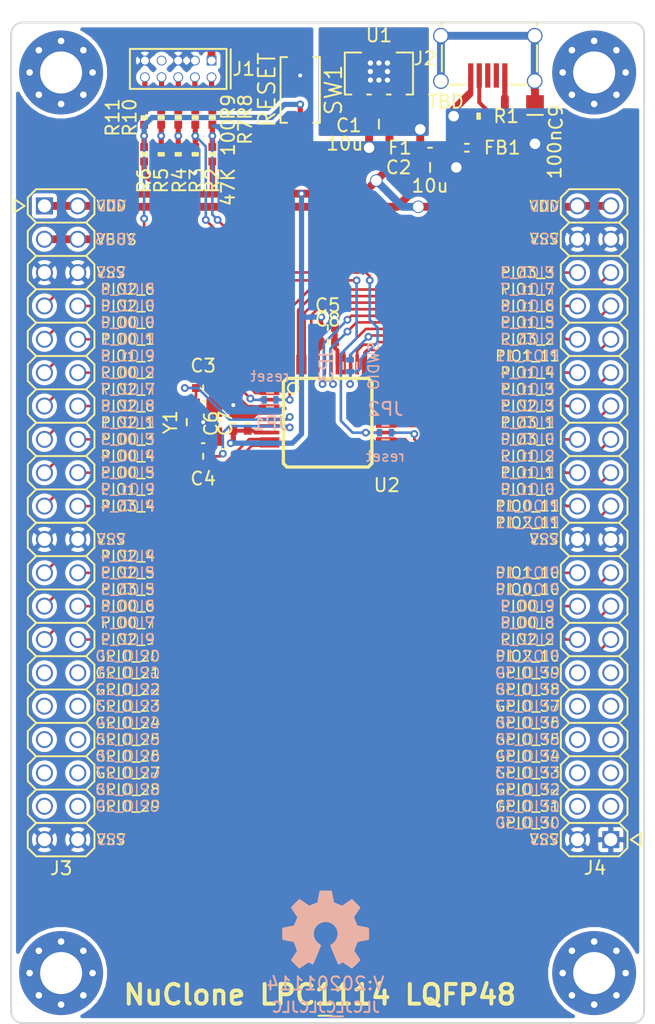
<source format=kicad_pcb>
(kicad_pcb (version 20171130) (host pcbnew 5.1.8-db9833491~87~ubuntu20.04.1)
  (layers (0 F.Cu signal) (31 B.Cu signal) (34 B.Paste user) (35 F.Paste user) (36 B.SilkS user) (37 F.SilkS user) (38 B.Mask user) (39 F.Mask user) (44 Edge.Cuts user))
  (net 0 "")
  (net 1 /VBUS)
  (net 2 "Net-(F1-Pad2)")
  (net 3 "Net-(FB1-Pad2)")
  (net 4 /VDD)
  (net 5 "Net-(J1-Pad10)")
  (net 6 "Net-(J1-Pad6)")
  (net 7 "Net-(J1-Pad4)")
  (net 8 "Net-(J1-Pad2)")
  (net 9 "Net-(C9-Pad2)")
  (net 10 "Net-(J2-Pad4)")
  (net 11 /VSS)
  (net 12 "Net-(J1-Pad8)")
  (net 13 "Net-(J1-Pad7)")
  (net 14 "Net-(J2-Pad2)")
  (net 15 "Net-(J2-Pad3)")
  (net 16 /GPIO_28)
  (net 17 /GPIO_20)
  (net 18 /GPIO_23)
  (net 19 /GPIO_27)
  (net 20 /GPIO_29)
  (net 21 /GPIO_21)
  (net 22 /GPIO_22)
  (net 23 /GPIO_24)
  (net 24 /GPIO_25)
  (net 25 /GPIO_26)
  (net 26 /GPIO_32)
  (net 27 /GPIO_31)
  (net 28 /GPIO_30)
  (net 29 /GPIO_39)
  (net 30 /GPIO_38)
  (net 31 /GPIO_37)
  (net 32 /GPIO_36)
  (net 33 /GPIO_35)
  (net 34 /GPIO_34)
  (net 35 /GPIO_33)
  (net 36 /TMS)
  (net 37 /TCK)
  (net 38 /TDO)
  (net 39 /TDI)
  (net 40 /RESET)
  (net 41 "Net-(C3-Pad1)")
  (net 42 "Net-(C4-Pad1)")
  (net 43 /PIO3_5)
  (net 44 /PIO2_9)
  (net 45 /PIO0_6)
  (net 46 /PIO0_7)
  (net 47 /PIO2_5)
  (net 48 /PIO2_4)
  (net 49 /PIO3_4)
  (net 50 /PIO1_9)
  (net 51 /PIO0_5)
  (net 52 /PIO0_4)
  (net 53 /PIO0_3)
  (net 54 /PIO2_1)
  (net 55 /PIO2_8)
  (net 56 /PIO2_7)
  (net 57 /PIO0_2)
  (net 58 /PIO1_8)
  (net 59 /PIO0_1)
  (net 60 /PIO0_0)
  (net 61 /PIO2_0)
  (net 62 /PIO2_6)
  (net 63 /PIO2_2)
  (net 64 /PIO2_10)
  (net 65 /PIO1_10)
  (net 66 /PIO0_10)
  (net 67 /PIO0_9)
  (net 68 /PIO0_8)
  (net 69 /PIO3_3)
  (net 70 /PIO1_7)
  (net 71 /PIO1_6)
  (net 72 /PIO1_5)
  (net 73 /PIO3_2)
  (net 74 /PIO1_11)
  (net 75 /PIO1_4)
  (net 76 /PIO1_3)
  (net 77 /PIO2_3)
  (net 78 /PIO3_1)
  (net 79 /PIO3_0)
  (net 80 /PIO1_2)
  (net 81 /PIO1_1)
  (net 82 /PIO1_0)
  (net 83 /PIO0_11)
  (net 84 /PIO2_11)
  (module SquantorLabels:Label_Generic (layer F.Cu) (at 84.9 136)
    (fp_text reference N4 hide)
    (fp_text value "NuClone LPC1114 LQFP48" (at -0.4 -1) (layer F.SilkS) (effects (font (size 1.5 1.5) (thickness 0.3))))
  )
  (module SquantorCrystal:Crystal_3225_4 (layer F.Cu) (at 75.6 91.4 90)
    (fp_text reference Y1 (at 0 -2.5 90) (layer F.SilkS))
    (fp_text value 12MHz)
    (pad 1 smd rect (at -1.1 0.85 90) (size 1.4 1.2) (layers F.Cu F.Paste F.Mask) (net 42 "Net-(C4-Pad1)"))
    (pad 2 smd rect (at 1.1 0.85 90) (size 1.4 1.2) (layers F.Cu F.Paste F.Mask) (net 11 /VSS))
    (pad 3 smd rect (at 1.1 -0.85 90) (size 1.4 1.2) (layers F.Cu F.Paste F.Mask) (net 41 "Net-(C3-Pad1)"))
    (pad 4 smd rect (at -1.1 -0.85 90) (size 1.4 1.2) (layers F.Cu F.Paste F.Mask) (net 11 /VSS))
  )
  (module SquantorIC:SOT313-2-NXP (layer F.Cu) (at 85.09 91.44 270)
    (fp_text reference U2 (at 4.76 -4.51 180) (layer F.SilkS))
    (fp_text value LPC1114FBD48_302)
    (pad 48 smd rect (at -4.425 2.81 270) (size 1.5 0.4) (layers F.Cu F.Paste F.Mask) (net 69 /PIO3_3))
    (pad 47 smd rect (at -4.425 2.25 270) (size 1.5 0.28) (layers F.Cu F.Paste F.Mask) (net 70 /PIO1_7))
    (pad 46 smd rect (at -4.425 1.75 270) (size 1.5 0.28) (layers F.Cu F.Paste F.Mask) (net 71 /PIO1_6))
    (pad 45 smd rect (at -4.425 1.25 270) (size 1.5 0.28) (layers F.Cu F.Paste F.Mask) (net 72 /PIO1_5))
    (pad 44 smd rect (at -4.425 0.75 270) (size 1.5 0.28) (layers F.Cu F.Paste F.Mask) (net 4 /VDD))
    (pad 43 smd rect (at -4.425 0.25 270) (size 1.5 0.28) (layers F.Cu F.Paste F.Mask) (net 73 /PIO3_2))
    (pad 42 smd rect (at -4.425 -0.25 270) (size 1.5 0.28) (layers F.Cu F.Paste F.Mask) (net 74 /PIO1_11))
    (pad 41 smd rect (at -4.425 -0.75 270) (size 1.5 0.28) (layers F.Cu F.Paste F.Mask) (net 11 /VSS))
    (pad 40 smd rect (at -4.425 -1.25 270) (size 1.5 0.28) (layers F.Cu F.Paste F.Mask) (net 75 /PIO1_4))
    (pad 39 smd rect (at -4.425 -1.75 270) (size 1.5 0.28) (layers F.Cu F.Paste F.Mask) (net 36 /TMS))
    (pad 38 smd rect (at -4.425 -2.25 270) (size 1.5 0.28) (layers F.Cu F.Paste F.Mask) (net 77 /PIO2_3))
    (pad 37 smd rect (at -4.425 -2.81 270) (size 1.5 0.4) (layers F.Cu F.Paste F.Mask) (net 78 /PIO3_1))
    (pad 36 smd rect (at -2.81 -4.425 270) (size 0.4 1.5) (layers F.Cu F.Paste F.Mask) (net 79 /PIO3_0))
    (pad 35 smd rect (at -2.25 -4.425 270) (size 0.28 1.5) (layers F.Cu F.Paste F.Mask) (net 80 /PIO1_2))
    (pad 34 smd rect (at -1.75 -4.425 270) (size 0.28 1.5) (layers F.Cu F.Paste F.Mask) (net 81 /PIO1_1))
    (pad 33 smd rect (at -1.25 -4.425 270) (size 0.28 1.5) (layers F.Cu F.Paste F.Mask) (net 82 /PIO1_0))
    (pad 32 smd rect (at -0.75 -4.425 270) (size 0.28 1.5) (layers F.Cu F.Paste F.Mask) (net 83 /PIO0_11))
    (pad 31 smd rect (at -0.25 -4.425 270) (size 0.28 1.5) (layers F.Cu F.Paste F.Mask) (net 84 /PIO2_11))
    (pad 30 smd rect (at 0.25 -4.425 270) (size 0.28 1.5) (layers F.Cu F.Paste F.Mask) (net 65 /PIO1_10))
    (pad 29 smd rect (at 0.75 -4.425 270) (size 0.28 1.5) (layers F.Cu F.Paste F.Mask) (net 37 /TCK))
    (pad 28 smd rect (at 1.25 -4.425 270) (size 0.28 1.5) (layers F.Cu F.Paste F.Mask) (net 67 /PIO0_9))
    (pad 27 smd rect (at 1.75 -4.425 270) (size 0.28 1.5) (layers F.Cu F.Paste F.Mask) (net 68 /PIO0_8))
    (pad 26 smd rect (at 2.25 -4.425 270) (size 0.28 1.5) (layers F.Cu F.Paste F.Mask) (net 63 /PIO2_2))
    (pad 25 smd rect (at 2.81 -4.425 270) (size 0.4 1.5) (layers F.Cu F.Paste F.Mask) (net 64 /PIO2_10))
    (pad 24 smd rect (at 4.425 -2.81 270) (size 1.5 0.4) (layers F.Cu F.Paste F.Mask) (net 44 /PIO2_9))
    (pad 23 smd rect (at 4.425 -2.25 270) (size 1.5 0.28) (layers F.Cu F.Paste F.Mask) (net 46 /PIO0_7))
    (pad 22 smd rect (at 4.425 -1.75 270) (size 1.5 0.28) (layers F.Cu F.Paste F.Mask) (net 45 /PIO0_6))
    (pad 21 smd rect (at 4.425 -1.25 270) (size 1.5 0.28) (layers F.Cu F.Paste F.Mask) (net 43 /PIO3_5))
    (pad 20 smd rect (at 4.425 -0.75 270) (size 1.5 0.28) (layers F.Cu F.Paste F.Mask) (net 47 /PIO2_5))
    (pad 19 smd rect (at 4.425 -0.25 270) (size 1.5 0.28) (layers F.Cu F.Paste F.Mask) (net 48 /PIO2_4))
    (pad 18 smd rect (at 4.425 0.25 270) (size 1.5 0.28) (layers F.Cu F.Paste F.Mask) (net 49 /PIO3_4))
    (pad 17 smd rect (at 4.425 0.75 270) (size 1.5 0.28) (layers F.Cu F.Paste F.Mask) (net 50 /PIO1_9))
    (pad 16 smd rect (at 4.425 1.25 270) (size 1.5 0.28) (layers F.Cu F.Paste F.Mask) (net 51 /PIO0_5))
    (pad 15 smd rect (at 4.425 1.75 270) (size 1.5 0.28) (layers F.Cu F.Paste F.Mask) (net 52 /PIO0_4))
    (pad 14 smd rect (at 4.425 2.25 270) (size 1.5 0.28) (layers F.Cu F.Paste F.Mask) (net 53 /PIO0_3))
    (pad 13 smd rect (at 4.425 2.81 270) (size 1.5 0.4) (layers F.Cu F.Paste F.Mask) (net 54 /PIO2_1))
    (pad 12 smd rect (at 2.81 4.425 270) (size 0.4 1.5) (layers F.Cu F.Paste F.Mask) (net 55 /PIO2_8))
    (pad 11 smd rect (at 2.25 4.425 270) (size 0.28 1.5) (layers F.Cu F.Paste F.Mask) (net 56 /PIO2_7))
    (pad 10 smd rect (at 1.75 4.425 270) (size 0.28 1.5) (layers F.Cu F.Paste F.Mask) (net 57 /PIO0_2))
    (pad 9 smd rect (at 1.25 4.425 270) (size 0.28 1.5) (layers F.Cu F.Paste F.Mask) (net 58 /PIO1_8))
    (pad 8 smd rect (at 0.75 4.425 270) (size 0.28 1.5) (layers F.Cu F.Paste F.Mask) (net 4 /VDD))
    (pad 7 smd rect (at 0.25 4.425 270) (size 0.28 1.5) (layers F.Cu F.Paste F.Mask) (net 42 "Net-(C4-Pad1)"))
    (pad 6 smd rect (at -0.25 4.425 270) (size 0.28 1.5) (layers F.Cu F.Paste F.Mask) (net 41 "Net-(C3-Pad1)"))
    (pad 5 smd rect (at -0.75 4.425 270) (size 0.28 1.5) (layers F.Cu F.Paste F.Mask) (net 11 /VSS))
    (pad 4 smd rect (at -1.25 4.425 270) (size 0.28 1.5) (layers F.Cu F.Paste F.Mask) (net 59 /PIO0_1))
    (pad 3 smd rect (at -1.75 4.425 270) (size 0.28 1.5) (layers F.Cu F.Paste F.Mask) (net 40 /RESET))
    (pad 2 smd rect (at -2.25 4.425 270) (size 0.28 1.5) (layers F.Cu F.Paste F.Mask) (net 61 /PIO2_0))
    (pad 1 smd rect (at -2.81 4.425 270) (size 0.4 1.5) (layers F.Cu F.Paste F.Mask) (net 62 /PIO2_6))
  )
  (module SquantorSpecial:solder_jumper_2way_noconn (layer B.Cu) (at 86.8 87.1 270)
    (fp_text reference JP3 (at 0 1.8 90) (layer B.SilkS) (effects (justify mirror)))
    (fp_text value SWDIO (at 0 -1.8 90) (layer B.SilkS) (effects (font (size 0.8 0.8) (thickness 0.12)) (justify mirror)))
    (pad 2 smd rect (at 0.45 0 270) (size 0.4 0.6) (layers B.Cu B.Mask) (net 36 /TMS))
    (pad 1 smd rect (at -0.45 0 270) (size 0.4 0.6) (layers B.Cu B.Mask) (net 76 /PIO1_3))
  )
  (module SquantorSpecial:solder_jumper_2way_noconn (layer B.Cu) (at 89.5 92.2 180)
    (fp_text reference JP2 (at 0 1.8) (layer B.SilkS) (effects (justify mirror)))
    (fp_text value reset (at 0 -1.8) (layer B.SilkS) (effects (font (size 0.8 0.8) (thickness 0.12)) (justify mirror)))
    (pad 2 smd rect (at 0.45 0 180) (size 0.4 0.6) (layers B.Cu B.Mask) (net 37 /TCK))
    (pad 1 smd rect (at -0.45 0 180) (size 0.4 0.6) (layers B.Cu B.Mask) (net 66 /PIO0_10))
  )
  (module SquantorSpecial:solder_jumper_2way_noconn (layer B.Cu) (at 80.7 89.7)
    (fp_text reference JP1 (at 0 1.8) (layer B.SilkS) (effects (justify mirror)))
    (fp_text value reset (at 0 -1.8) (layer B.SilkS) (effects (font (size 0.8 0.8) (thickness 0.12)) (justify mirror)))
    (pad 2 smd rect (at 0.45 0) (size 0.4 0.6) (layers B.Cu B.Mask) (net 40 /RESET))
    (pad 1 smd rect (at -0.45 0) (size 0.4 0.6) (layers B.Cu B.Mask) (net 60 /PIO0_0))
  )
  (module SquantorRcl:C_0402 (layer F.Cu) (at 85.1 85.3)
    (fp_text reference C8 (at 0 -1.7) (layer F.SilkS))
    (fp_text value 100n)
    (pad 2 smd rect (at 0.55 0) (size 0.6 0.6) (layers F.Cu F.Paste F.Mask) (net 11 /VSS))
    (pad 1 smd rect (at -0.55 0) (size 0.6 0.6) (layers F.Cu F.Paste F.Mask) (net 4 /VDD))
  )
  (module SquantorRcl:C_0402 (layer F.Cu) (at 79 91.5 90)
    (fp_text reference C7 (at 0 -1.7 90) (layer F.SilkS))
    (fp_text value 100n)
    (pad 2 smd rect (at 0.55 0 90) (size 0.6 0.6) (layers F.Cu F.Paste F.Mask) (net 11 /VSS))
    (pad 1 smd rect (at -0.55 0 90) (size 0.6 0.6) (layers F.Cu F.Paste F.Mask) (net 4 /VDD))
  )
  (module SquantorRcl:C_0402 (layer F.Cu) (at 77.9 91.5 90)
    (fp_text reference C6 (at 0 -1.7 90) (layer F.SilkS))
    (fp_text value 1u)
    (pad 2 smd rect (at 0.55 0 90) (size 0.6 0.6) (layers F.Cu F.Paste F.Mask) (net 11 /VSS))
    (pad 1 smd rect (at -0.55 0 90) (size 0.6 0.6) (layers F.Cu F.Paste F.Mask) (net 4 /VDD))
  )
  (module SquantorRcl:C_0402 (layer F.Cu) (at 85.1 84.2)
    (fp_text reference C5 (at 0 -1.7) (layer F.SilkS))
    (fp_text value 1u)
    (pad 2 smd rect (at 0.55 0) (size 0.6 0.6) (layers F.Cu F.Paste F.Mask) (net 11 /VSS))
    (pad 1 smd rect (at -0.55 0) (size 0.6 0.6) (layers F.Cu F.Paste F.Mask) (net 4 /VDD))
  )
  (module SquantorRcl:C_0402 (layer F.Cu) (at 75.6 94 180)
    (fp_text reference C4 (at 0 -1.7) (layer F.SilkS))
    (fp_text value 12p)
    (pad 2 smd rect (at 0.55 0 180) (size 0.6 0.6) (layers F.Cu F.Paste F.Mask) (net 11 /VSS))
    (pad 1 smd rect (at -0.55 0 180) (size 0.6 0.6) (layers F.Cu F.Paste F.Mask) (net 42 "Net-(C4-Pad1)"))
  )
  (module SquantorRcl:C_0402 (layer F.Cu) (at 75.6 88.8)
    (fp_text reference C3 (at 0 -1.7) (layer F.SilkS))
    (fp_text value 12p)
    (pad 2 smd rect (at 0.55 0) (size 0.6 0.6) (layers F.Cu F.Paste F.Mask) (net 11 /VSS))
    (pad 1 smd rect (at -0.55 0) (size 0.6 0.6) (layers F.Cu F.Paste F.Mask) (net 41 "Net-(C3-Pad1)"))
  )
  (module SquantorConnectorsNamed:nuclone_medium_left (layer F.Cu) (at 64.77 99.06 270)
    (fp_text reference J3 (at 26.315 -0.005 180) (layer F.SilkS))
    (fp_text value nuclone_small_left)
    (fp_text user VSS (at 24.13 -3.81) (layer F.SilkS) (effects (font (size 0.8 0.8) (thickness 0.12))))
    (fp_text user GPIO_29 (at 21.59 -5.08) (layer F.SilkS) (effects (font (size 0.8 0.8) (thickness 0.12))))
    (fp_text user GPIO_28 (at 20.32 -5.08) (layer F.SilkS) (effects (font (size 0.8 0.8) (thickness 0.12))))
    (fp_text user GPIO_27 (at 19.05 -5.08) (layer F.SilkS) (effects (font (size 0.8 0.8) (thickness 0.12))))
    (fp_text user GPIO_26 (at 17.78 -5.08) (layer F.SilkS) (effects (font (size 0.8 0.8) (thickness 0.12))))
    (fp_text user GPIO_25 (at 16.51 -5.08) (layer F.SilkS) (effects (font (size 0.8 0.8) (thickness 0.12))))
    (fp_text user GPIO_24 (at 15.24 -5.08) (layer F.SilkS) (effects (font (size 0.8 0.8) (thickness 0.12))))
    (fp_text user GPIO_23 (at 13.97 -5.08) (layer F.SilkS) (effects (font (size 0.8 0.8) (thickness 0.12))))
    (fp_text user GPIO_22 (at 12.7 -5.08) (layer F.SilkS) (effects (font (size 0.8 0.8) (thickness 0.12))))
    (fp_text user GPIO_21 (at 11.43 -5.08) (layer F.SilkS) (effects (font (size 0.8 0.8) (thickness 0.12))))
    (fp_text user GPIO_20 (at 10.16 -5.08) (layer F.SilkS) (effects (font (size 0.8 0.8) (thickness 0.12))))
    (fp_text user PIO2_9 (at 8.89 -5.08) (layer F.SilkS) (effects (font (size 0.8 0.8) (thickness 0.12))))
    (fp_text user PIO0_7 (at 7.62 -5.08) (layer F.SilkS) (effects (font (size 0.8 0.8) (thickness 0.12))))
    (fp_text user PIO0_6 (at 6.35 -5.08) (layer F.SilkS) (effects (font (size 0.8 0.8) (thickness 0.12))))
    (fp_text user PIO3_5 (at 5.08 -5.08) (layer F.SilkS) (effects (font (size 0.8 0.8) (thickness 0.12))))
    (fp_text user PIO2_5 (at 3.81 -5.08) (layer F.SilkS) (effects (font (size 0.8 0.8) (thickness 0.12))))
    (fp_text user PIO2_4 (at 2.54 -5.08) (layer F.SilkS) (effects (font (size 0.8 0.8) (thickness 0.12))))
    (fp_text user VSS (at 1.27 -3.81 180) (layer F.SilkS) (effects (font (size 0.8 0.8) (thickness 0.12))))
    (fp_text user PIO3_4 (at -1.27 -5.08) (layer F.SilkS) (effects (font (size 0.8 0.8) (thickness 0.12))))
    (fp_text user PIO1_9 (at -2.54 -5.08) (layer F.SilkS) (effects (font (size 0.8 0.8) (thickness 0.12))))
    (fp_text user PIO0_5 (at -3.81 -5.08) (layer F.SilkS) (effects (font (size 0.8 0.8) (thickness 0.12))))
    (fp_text user PIO0_4 (at -5.08 -5.08) (layer F.SilkS) (effects (font (size 0.8 0.8) (thickness 0.12))))
    (fp_text user PIO0_3 (at -6.35 -5.08) (layer F.SilkS) (effects (font (size 0.8 0.8) (thickness 0.12))))
    (fp_text user PIO2_1 (at -7.62 -5.08) (layer F.SilkS) (effects (font (size 0.8 0.8) (thickness 0.12))))
    (fp_text user PIO2_8 (at -8.89 -5.08) (layer F.SilkS) (effects (font (size 0.8 0.8) (thickness 0.12))))
    (fp_text user PIO2_7 (at -10.16 -5.08) (layer F.SilkS) (effects (font (size 0.8 0.8) (thickness 0.12))))
    (fp_text user PIO0_2 (at -11.43 -5.08) (layer F.SilkS) (effects (font (size 0.8 0.8) (thickness 0.12))))
    (fp_text user PIO1_9 (at -12.7 -5.08) (layer F.SilkS) (effects (font (size 0.8 0.8) (thickness 0.12))))
    (fp_text user PIO0_1 (at -13.97 -5.08) (layer F.SilkS) (effects (font (size 0.8 0.8) (thickness 0.12))))
    (fp_text user PIO0_0 (at -15.24 -5.08) (layer F.SilkS) (effects (font (size 0.8 0.8) (thickness 0.12))))
    (fp_text user PIO2_0 (at -16.51 -5.08) (layer F.SilkS) (effects (font (size 0.8 0.8) (thickness 0.12))))
    (fp_text user PIO2_6 (at -17.78 -5.08) (layer F.SilkS) (effects (font (size 0.8 0.8) (thickness 0.12))))
    (fp_text user VSS (at -19.05 -3.8) (layer F.SilkS) (effects (font (size 0.8 0.8) (thickness 0.12))))
    (fp_text user VBUS (at -21.56 -4.23 180) (layer F.SilkS) (effects (font (size 0.8 0.8) (thickness 0.12))))
    (fp_text user VDD (at -24.13 -3.83 180) (layer F.SilkS) (effects (font (size 0.8 0.8) (thickness 0.12))))
    (fp_text user VSS (at 24.13 -3.81) (layer B.SilkS) (effects (font (size 0.8 0.8) (thickness 0.12)) (justify mirror)))
    (fp_text user GPIO_28 (at 20.32 -5.08) (layer B.SilkS) (effects (font (size 0.8 0.8) (thickness 0.12)) (justify mirror)))
    (fp_text user GPIO_29 (at 21.59 -5.08) (layer B.SilkS) (effects (font (size 0.8 0.8) (thickness 0.12)) (justify mirror)))
    (fp_text user VSS (at 1.27 -3.81) (layer B.SilkS) (effects (font (size 0.8 0.8) (thickness 0.12)) (justify mirror)))
    (fp_text user PIO2_5 (at 3.82 -5.08) (layer B.SilkS) (effects (font (size 0.8 0.8) (thickness 0.12)) (justify mirror)))
    (fp_text user GPIO_26 (at 17.78 -5.08) (layer B.SilkS) (effects (font (size 0.8 0.8) (thickness 0.12)) (justify mirror)))
    (fp_text user GPIO_24 (at 15.24 -5.08) (layer B.SilkS) (effects (font (size 0.8 0.8) (thickness 0.12)) (justify mirror)))
    (fp_text user GPIO_22 (at 12.7 -5.08) (layer B.SilkS) (effects (font (size 0.8 0.8) (thickness 0.12)) (justify mirror)))
    (fp_text user GPIO_20 (at 10.16 -5.08) (layer B.SilkS) (effects (font (size 0.8 0.8) (thickness 0.12)) (justify mirror)))
    (fp_text user PIO0_7 (at 7.62 -5.08) (layer B.SilkS) (effects (font (size 0.8 0.8) (thickness 0.12)) (justify mirror)))
    (fp_text user GPIO_27 (at 19.05 -5.08) (layer B.SilkS) (effects (font (size 0.8 0.8) (thickness 0.12)) (justify mirror)))
    (fp_text user GPIO_25 (at 16.51 -5.08) (layer B.SilkS) (effects (font (size 0.8 0.8) (thickness 0.12)) (justify mirror)))
    (fp_text user GPIO_23 (at 13.97 -5.08) (layer B.SilkS) (effects (font (size 0.8 0.8) (thickness 0.12)) (justify mirror)))
    (fp_text user GPIO_21 (at 11.43 -5.08) (layer B.SilkS) (effects (font (size 0.8 0.8) (thickness 0.12)) (justify mirror)))
    (fp_text user PIO2_9 (at 8.89 -5.08) (layer B.SilkS) (effects (font (size 0.8 0.8) (thickness 0.12)) (justify mirror)))
    (fp_text user PIO3_5 (at 5.08 -5.08) (layer B.SilkS) (effects (font (size 0.8 0.8) (thickness 0.12)) (justify mirror)))
    (fp_text user PIO0_6 (at 6.35 -5.08) (layer B.SilkS) (effects (font (size 0.8 0.8) (thickness 0.12)) (justify mirror)))
    (fp_text user PIO2_4 (at 2.54 -5.08) (layer B.SilkS) (effects (font (size 0.8 0.8) (thickness 0.12)) (justify mirror)))
    (fp_text user VBUS (at -21.59 -4.1) (layer B.SilkS) (effects (font (size 0.8 0.8) (thickness 0.12)) (justify mirror)))
    (fp_text user VDD (at -24.13 -3.81) (layer B.SilkS) (effects (font (size 0.8 0.8) (thickness 0.12)) (justify mirror)))
    (fp_text user PIO1_9 (at -2.54 -5.08) (layer B.SilkS) (effects (font (size 0.8 0.8) (thickness 0.12)) (justify mirror)))
    (fp_text user PIO0_4 (at -5.08 -5.08) (layer B.SilkS) (effects (font (size 0.8 0.8) (thickness 0.12)) (justify mirror)))
    (fp_text user PIO2_1 (at -7.62 -5.08) (layer B.SilkS) (effects (font (size 0.8 0.8) (thickness 0.12)) (justify mirror)))
    (fp_text user PIO2_7 (at -10.16 -5.08) (layer B.SilkS) (effects (font (size 0.8 0.8) (thickness 0.12)) (justify mirror)))
    (fp_text user PIO1_8 (at -12.7 -5.08) (layer B.SilkS) (effects (font (size 0.8 0.8) (thickness 0.12)) (justify mirror)))
    (fp_text user PIO3_4 (at -1.27 -5.08) (layer B.SilkS) (effects (font (size 0.8 0.8) (thickness 0.12)) (justify mirror)))
    (fp_text user PIO0_5 (at -3.81 -5.08) (layer B.SilkS) (effects (font (size 0.8 0.8) (thickness 0.12)) (justify mirror)))
    (fp_text user PIO0_3 (at -6.35 -5.08) (layer B.SilkS) (effects (font (size 0.8 0.8) (thickness 0.12)) (justify mirror)))
    (fp_text user PIO2_8 (at -8.89 -5.08) (layer B.SilkS) (effects (font (size 0.8 0.8) (thickness 0.12)) (justify mirror)))
    (fp_text user PIO0_2 (at -11.43 -5.08) (layer B.SilkS) (effects (font (size 0.8 0.8) (thickness 0.12)) (justify mirror)))
    (fp_text user PIO0_1 (at -13.97 -5.08) (layer B.SilkS) (effects (font (size 0.8 0.8) (thickness 0.12)) (justify mirror)))
    (fp_text user PIO0_0 (at -15.24 -5.08) (layer B.SilkS) (effects (font (size 0.8 0.8) (thickness 0.12)) (justify mirror)))
    (fp_text user PIO2_0 (at -16.51 -5.08) (layer B.SilkS) (effects (font (size 0.8 0.8) (thickness 0.12)) (justify mirror)))
    (fp_text user PIO2_6 (at -17.78 -5.08) (layer B.SilkS) (effects (font (size 0.8 0.8) (thickness 0.12)) (justify mirror)))
    (fp_text user VSS (at -19.05 -3.81) (layer B.SilkS) (effects (font (size 0.8 0.8) (thickness 0.12)) (justify mirror)))
    (pad 37 thru_hole circle (at 21.59 1.27 270) (size 1.3 1.3) (drill 1) (layers *.Cu *.Mask) (net 16 /GPIO_28))
    (pad 29 thru_hole circle (at 11.43 1.27 270) (size 1.3 1.3) (drill 1) (layers *.Cu *.Mask) (net 17 /GPIO_20))
    (pad 32 thru_hole circle (at 13.97 -1.27 270) (size 1.3 1.3) (drill 1) (layers *.Cu *.Mask) (net 18 /GPIO_23))
    (pad 40 thru_hole circle (at 24.13 -1.27 270) (size 1.3 1.3) (drill 1) (layers *.Cu *.Mask) (net 11 /VSS))
    (pad 36 thru_hole circle (at 19.05 -1.27 270) (size 1.3 1.3) (drill 1) (layers *.Cu *.Mask) (net 19 /GPIO_27))
    (pad 38 thru_hole circle (at 21.59 -1.27 270) (size 1.3 1.3) (drill 1) (layers *.Cu *.Mask) (net 20 /GPIO_29))
    (pad 25 thru_hole circle (at 6.35 1.27 270) (size 1.3 1.3) (drill 1) (layers *.Cu *.Mask) (net 43 /PIO3_5))
    (pad 30 thru_hole circle (at 11.43 -1.27 270) (size 1.3 1.3) (drill 1) (layers *.Cu *.Mask) (net 21 /GPIO_21))
    (pad 28 thru_hole circle (at 8.89 -1.27 270) (size 1.3 1.3) (drill 1) (layers *.Cu *.Mask) (net 44 /PIO2_9))
    (pad 26 thru_hole circle (at 6.35 -1.27 270) (size 1.3 1.3) (drill 1) (layers *.Cu *.Mask) (net 45 /PIO0_6))
    (pad 27 thru_hole circle (at 8.89 1.27 270) (size 1.3 1.3) (drill 1) (layers *.Cu *.Mask) (net 46 /PIO0_7))
    (pad 24 thru_hole circle (at 3.81 -1.27 270) (size 1.3 1.3) (drill 1) (layers *.Cu *.Mask) (net 47 /PIO2_5))
    (pad 39 thru_hole circle (at 24.13 1.27 270) (size 1.3 1.3) (drill 1) (layers *.Cu *.Mask) (net 11 /VSS))
    (pad 21 thru_hole circle (at 1.27 1.27 270) (size 1.3 1.3) (drill 1) (layers *.Cu *.Mask) (net 11 /VSS))
    (pad 23 thru_hole circle (at 3.81 1.27 270) (size 1.3 1.3) (drill 1) (layers *.Cu *.Mask) (net 48 /PIO2_4))
    (pad 31 thru_hole circle (at 13.97 1.27 270) (size 1.3 1.3) (drill 1) (layers *.Cu *.Mask) (net 22 /GPIO_22))
    (pad 33 thru_hole circle (at 16.51 1.27 270) (size 1.3 1.3) (drill 1) (layers *.Cu *.Mask) (net 23 /GPIO_24))
    (pad 34 thru_hole circle (at 16.51 -1.27 270) (size 1.3 1.3) (drill 1) (layers *.Cu *.Mask) (net 24 /GPIO_25))
    (pad 35 thru_hole circle (at 19.05 1.27 270) (size 1.3 1.3) (drill 1) (layers *.Cu *.Mask) (net 25 /GPIO_26))
    (pad 22 thru_hole circle (at 1.27 -1.27 270) (size 1.3 1.3) (drill 1) (layers *.Cu *.Mask) (net 11 /VSS))
    (pad 20 thru_hole circle (at -1.27 -1.27 270) (size 1.3 1.3) (drill 1) (layers *.Cu *.Mask) (net 49 /PIO3_4))
    (pad 19 thru_hole circle (at -1.27 1.27 270) (size 1.3 1.3) (drill 1) (layers *.Cu *.Mask) (net 50 /PIO1_9))
    (pad 18 thru_hole circle (at -3.81 -1.27 270) (size 1.3 1.3) (drill 1) (layers *.Cu *.Mask) (net 51 /PIO0_5))
    (pad 17 thru_hole circle (at -3.81 1.27 270) (size 1.3 1.3) (drill 1) (layers *.Cu *.Mask) (net 52 /PIO0_4))
    (pad 16 thru_hole circle (at -6.35 -1.27 270) (size 1.3 1.3) (drill 1) (layers *.Cu *.Mask) (net 53 /PIO0_3))
    (pad 15 thru_hole circle (at -6.35 1.27 270) (size 1.3 1.3) (drill 1) (layers *.Cu *.Mask) (net 54 /PIO2_1))
    (pad 14 thru_hole circle (at -8.89 -1.27 270) (size 1.3 1.3) (drill 1) (layers *.Cu *.Mask) (net 55 /PIO2_8))
    (pad 13 thru_hole circle (at -8.89 1.27 270) (size 1.3 1.3) (drill 1) (layers *.Cu *.Mask) (net 56 /PIO2_7))
    (pad 12 thru_hole circle (at -11.43 -1.27 270) (size 1.3 1.3) (drill 1) (layers *.Cu *.Mask) (net 57 /PIO0_2))
    (pad 11 thru_hole circle (at -11.43 1.27 270) (size 1.3 1.3) (drill 1) (layers *.Cu *.Mask) (net 58 /PIO1_8))
    (pad 10 thru_hole circle (at -13.97 -1.27 270) (size 1.3 1.3) (drill 1) (layers *.Cu *.Mask) (net 59 /PIO0_1))
    (pad 9 thru_hole circle (at -13.97 1.27 270) (size 1.3 1.3) (drill 1) (layers *.Cu *.Mask) (net 60 /PIO0_0))
    (pad 8 thru_hole circle (at -16.51 -1.27 270) (size 1.3 1.3) (drill 1) (layers *.Cu *.Mask) (net 61 /PIO2_0))
    (pad 7 thru_hole circle (at -16.51 1.27 270) (size 1.3 1.3) (drill 1) (layers *.Cu *.Mask) (net 62 /PIO2_6))
    (pad 6 thru_hole circle (at -19.05 -1.27 270) (size 1.3 1.3) (drill 1) (layers *.Cu *.Mask) (net 11 /VSS))
    (pad 5 thru_hole circle (at -19.05 1.27 270) (size 1.3 1.3) (drill 1) (layers *.Cu *.Mask) (net 11 /VSS))
    (pad 4 thru_hole circle (at -21.59 -1.27 270) (size 1.3 1.3) (drill 1) (layers *.Cu *.Mask) (net 1 /VBUS))
    (pad 3 thru_hole circle (at -21.59 1.27 270) (size 1.3 1.3) (drill 1) (layers *.Cu *.Mask) (net 1 /VBUS))
    (pad 2 thru_hole circle (at -24.13 -1.27 270) (size 1.3 1.3) (drill 1) (layers *.Cu *.Mask) (net 4 /VDD))
    (pad 1 thru_hole rect (at -24.13 1.27 270) (size 1.3 1.3) (drill 1) (layers *.Cu *.Mask) (net 4 /VDD))
  )
  (module SquantorConnectorsNamed:nuclone_medium_right (layer F.Cu) (at 105.41 99.06 90)
    (fp_text reference J4 (at -26.29 0.065 180) (layer F.SilkS))
    (fp_text value nuclone_small_right)
    (fp_text user VDD (at 24.1 -3.8) (layer F.SilkS) (effects (font (size 0.8 0.8) (thickness 0.12))))
    (fp_text user VSS (at 21.6 -3.8) (layer F.SilkS) (effects (font (size 0.8 0.8) (thickness 0.12))))
    (fp_text user VSS (at -1.27 -3.81 180) (layer F.SilkS) (effects (font (size 0.8 0.8) (thickness 0.12))))
    (fp_text user PIO1_5 (at 15.24 -5.08 180) (layer F.SilkS) (effects (font (size 0.8 0.8) (thickness 0.12))))
    (fp_text user PIO1_4 (at 11.43 -5.08 180) (layer F.SilkS) (effects (font (size 0.8 0.8) (thickness 0.12))))
    (fp_text user PIO1_2 (at 5.08 -5.08 180) (layer F.SilkS) (effects (font (size 0.8 0.8) (thickness 0.12))))
    (fp_text user PIO3_2 (at 13.97 -5.08 180) (layer F.SilkS) (effects (font (size 0.8 0.8) (thickness 0.12))))
    (fp_text user PIO2_11 (at 0 -5.08 180) (layer F.SilkS) (effects (font (size 0.8 0.8) (thickness 0.12))))
    (fp_text user PIO1_7 (at 17.78 -5.08 180) (layer F.SilkS) (effects (font (size 0.8 0.8) (thickness 0.12))))
    (fp_text user PIO1_0 (at 2.54 -5.08 180) (layer F.SilkS) (effects (font (size 0.8 0.8) (thickness 0.12))))
    (fp_text user PIO2_3 (at 8.89 -5.08 180) (layer F.SilkS) (effects (font (size 0.8 0.8) (thickness 0.12))))
    (fp_text user PIO3_0 (at 6.35 -5.08 180) (layer F.SilkS) (effects (font (size 0.8 0.8) (thickness 0.12))))
    (fp_text user PIO1_3 (at 10.16 -5.08 180) (layer F.SilkS) (effects (font (size 0.8 0.8) (thickness 0.12))))
    (fp_text user PIO1_11 (at 12.7 -5.08 180) (layer F.SilkS) (effects (font (size 0.8 0.8) (thickness 0.12))))
    (fp_text user PIO1_1 (at 3.81 -5.08 180) (layer F.SilkS) (effects (font (size 0.8 0.8) (thickness 0.12))))
    (fp_text user PIO0_11 (at 1.27 -5.08 180) (layer F.SilkS) (effects (font (size 0.8 0.8) (thickness 0.12))))
    (fp_text user PIO3_1 (at 7.62 -5.08 180) (layer F.SilkS) (effects (font (size 0.8 0.8) (thickness 0.12))))
    (fp_text user PIO3_3 (at 19.05 -5.08 180) (layer F.SilkS) (effects (font (size 0.8 0.8) (thickness 0.12))))
    (fp_text user PIO1_6 (at 16.51 -5.08 180) (layer F.SilkS) (effects (font (size 0.8 0.8) (thickness 0.12))))
    (fp_text user PIO1_10 (at -3.81 -5.08 180) (layer F.SilkS) (effects (font (size 0.8 0.8) (thickness 0.12))))
    (fp_text user PIO0_10 (at -5.08 -5.08 180) (layer F.SilkS) (effects (font (size 0.8 0.8) (thickness 0.12))))
    (fp_text user PIO0_9 (at -6.35 -5.08 180) (layer F.SilkS) (effects (font (size 0.8 0.8) (thickness 0.12))))
    (fp_text user PIO0_8 (at -7.62 -5.08 180) (layer F.SilkS) (effects (font (size 0.8 0.8) (thickness 0.12))))
    (fp_text user PIO2_2 (at -8.89 -5.08 180) (layer F.SilkS) (effects (font (size 0.8 0.8) (thickness 0.12))))
    (fp_text user PIO2_10 (at -10.16 -5.08 180) (layer F.SilkS) (effects (font (size 0.8 0.8) (thickness 0.12))))
    (fp_text user GPIO_39 (at -11.43 -5.08 180) (layer F.SilkS) (effects (font (size 0.8 0.8) (thickness 0.12))))
    (fp_text user GPIO_38 (at -12.7 -5.08 180) (layer F.SilkS) (effects (font (size 0.8 0.8) (thickness 0.12))))
    (fp_text user GPIO_37 (at -13.97 -5.08 180) (layer F.SilkS) (effects (font (size 0.8 0.8) (thickness 0.12))))
    (fp_text user GPIO_36 (at -15.24 -5.08 180) (layer F.SilkS) (effects (font (size 0.8 0.8) (thickness 0.12))))
    (fp_text user GPIO_35 (at -16.51 -5.08 180) (layer F.SilkS) (effects (font (size 0.8 0.8) (thickness 0.12))))
    (fp_text user GPIO_34 (at -17.78 -5.08 180) (layer F.SilkS) (effects (font (size 0.8 0.8) (thickness 0.12))))
    (fp_text user GPIO_33 (at -19.05 -5.08 180) (layer F.SilkS) (effects (font (size 0.8 0.8) (thickness 0.12))))
    (fp_text user GPIO_32 (at -20.32 -5.08 180) (layer F.SilkS) (effects (font (size 0.8 0.8) (thickness 0.12))))
    (fp_text user GPIO_31 (at -21.59 -5.08 180) (layer F.SilkS) (effects (font (size 0.8 0.8) (thickness 0.12))))
    (fp_text user GPIO_30 (at -22.86 -5.08 180) (layer F.SilkS) (effects (font (size 0.8 0.8) (thickness 0.12))))
    (fp_text user VSS (at -24.13 -3.81 180) (layer F.SilkS) (effects (font (size 0.8 0.8) (thickness 0.12))))
    (fp_text user PIO1_10 (at -3.81 -5.08 180) (layer B.SilkS) (effects (font (size 0.8 0.8) (thickness 0.12)) (justify mirror)))
    (fp_text user PIO0_10 (at -5.08 -5.08 180) (layer B.SilkS) (effects (font (size 0.8 0.8) (thickness 0.12)) (justify mirror)))
    (fp_text user VSS (at -24.13 -3.8 180) (layer B.SilkS) (effects (font (size 0.8 0.8) (thickness 0.12)) (justify mirror)))
    (fp_text user GPIO_38 (at -12.7 -5.08 180) (layer B.SilkS) (effects (font (size 0.8 0.8) (thickness 0.12)) (justify mirror)))
    (fp_text user GPIO_36 (at -15.24 -5.08 180) (layer B.SilkS) (effects (font (size 0.8 0.8) (thickness 0.12)) (justify mirror)))
    (fp_text user GPIO_34 (at -17.78 -5.08 180) (layer B.SilkS) (effects (font (size 0.8 0.8) (thickness 0.12)) (justify mirror)))
    (fp_text user PIO0_8 (at -7.62 -5.08 180) (layer B.SilkS) (effects (font (size 0.8 0.8) (thickness 0.12)) (justify mirror)))
    (fp_text user PIO2_10 (at -10.16 -5.08 180) (layer B.SilkS) (effects (font (size 0.8 0.8) (thickness 0.12)) (justify mirror)))
    (fp_text user GPIO_32 (at -20.32 -5.08 180) (layer B.SilkS) (effects (font (size 0.8 0.8) (thickness 0.12)) (justify mirror)))
    (fp_text user GPIO_30 (at -22.86 -5.08 180) (layer B.SilkS) (effects (font (size 0.8 0.8) (thickness 0.12)) (justify mirror)))
    (fp_text user PIO0_9 (at -6.35 -5.08 180) (layer B.SilkS) (effects (font (size 0.8 0.8) (thickness 0.12)) (justify mirror)))
    (fp_text user PIO2_2 (at -8.9 -5.08 180) (layer B.SilkS) (effects (font (size 0.8 0.8) (thickness 0.12)) (justify mirror)))
    (fp_text user GPIO_39 (at -11.43 -5.08 180) (layer B.SilkS) (effects (font (size 0.8 0.8) (thickness 0.12)) (justify mirror)))
    (fp_text user GPIO_37 (at -13.97 -5.08 180) (layer B.SilkS) (effects (font (size 0.8 0.8) (thickness 0.12)) (justify mirror)))
    (fp_text user GPIO_35 (at -16.51 -5.08 180) (layer B.SilkS) (effects (font (size 0.8 0.8) (thickness 0.12)) (justify mirror)))
    (fp_text user GPIO_33 (at -19.05 -5.08 180) (layer B.SilkS) (effects (font (size 0.8 0.8) (thickness 0.12)) (justify mirror)))
    (fp_text user GPIO_31 (at -21.6 -5.08 180) (layer B.SilkS) (effects (font (size 0.8 0.8) (thickness 0.12)) (justify mirror)))
    (fp_text user VSS (at -1.27 -3.81 180) (layer B.SilkS) (effects (font (size 0.8 0.8) (thickness 0.12)) (justify mirror)))
    (fp_text user PIO1_11 (at 12.7 -5.08 180) (layer B.SilkS) (effects (font (size 0.8 0.8) (thickness 0.12)) (justify mirror)))
    (fp_text user PIO1_3 (at 10.16 -5.08 180) (layer B.SilkS) (effects (font (size 0.8 0.8) (thickness 0.12)) (justify mirror)))
    (fp_text user PIO3_1 (at 7.62 -5.08 180) (layer B.SilkS) (effects (font (size 0.8 0.8) (thickness 0.12)) (justify mirror)))
    (fp_text user PIO1_7 (at 17.78 -5.08 180) (layer B.SilkS) (effects (font (size 0.8 0.8) (thickness 0.12)) (justify mirror)))
    (fp_text user PIO1_5 (at 15.24 -5.08 180) (layer B.SilkS) (effects (font (size 0.8 0.8) (thickness 0.12)) (justify mirror)))
    (fp_text user PIO1_2 (at 5.08 -5.08 180) (layer B.SilkS) (effects (font (size 0.8 0.8) (thickness 0.12)) (justify mirror)))
    (fp_text user PIO1_0 (at 2.54 -5.08 180) (layer B.SilkS) (effects (font (size 0.8 0.8) (thickness 0.12)) (justify mirror)))
    (fp_text user PIO2_11 (at 0 -5.08 180) (layer B.SilkS) (effects (font (size 0.8 0.8) (thickness 0.12)) (justify mirror)))
    (fp_text user VDD (at 24.1 -3.8 180) (layer B.SilkS) (effects (font (size 0.8 0.8) (thickness 0.12)) (justify mirror)))
    (fp_text user PIO3_3 (at 19.05 -5.08 180) (layer B.SilkS) (effects (font (size 0.8 0.8) (thickness 0.12)) (justify mirror)))
    (fp_text user PIO1_6 (at 16.51 -5.08 180) (layer B.SilkS) (effects (font (size 0.8 0.8) (thickness 0.12)) (justify mirror)))
    (fp_text user PIO3_2 (at 13.97 -5.08 180) (layer B.SilkS) (effects (font (size 0.8 0.8) (thickness 0.12)) (justify mirror)))
    (fp_text user PIO1_4 (at 11.43 -5.08 180) (layer B.SilkS) (effects (font (size 0.8 0.8) (thickness 0.12)) (justify mirror)))
    (fp_text user PIO2_3 (at 8.89 -5.08 180) (layer B.SilkS) (effects (font (size 0.8 0.8) (thickness 0.12)) (justify mirror)))
    (fp_text user PIO3_0 (at 6.35 -5.08 180) (layer B.SilkS) (effects (font (size 0.8 0.8) (thickness 0.12)) (justify mirror)))
    (fp_text user PIO1_1 (at 3.81 -5.08 180) (layer B.SilkS) (effects (font (size 0.8 0.8) (thickness 0.12)) (justify mirror)))
    (fp_text user PIO0_11 (at 1.27 -5.08 180) (layer B.SilkS) (effects (font (size 0.8 0.8) (thickness 0.12)) (justify mirror)))
    (fp_text user VSS (at 21.6 -3.8 180) (layer B.SilkS) (effects (font (size 0.8 0.8) (thickness 0.12)) (justify mirror)))
    (pad 5 thru_hole circle (at -19.05 1.27 90) (size 1.3 1.3) (drill 1) (layers *.Cu *.Mask) (net 26 /GPIO_32))
    (pad 4 thru_hole circle (at -21.59 -1.27 90) (size 1.3 1.3) (drill 1) (layers *.Cu *.Mask) (net 27 /GPIO_31))
    (pad 3 thru_hole circle (at -21.59 1.27 90) (size 1.3 1.3) (drill 1) (layers *.Cu *.Mask) (net 28 /GPIO_30))
    (pad 2 thru_hole circle (at -24.13 -1.27 90) (size 1.3 1.3) (drill 1) (layers *.Cu *.Mask) (net 11 /VSS))
    (pad 1 thru_hole rect (at -24.13 1.27 90) (size 1.3 1.3) (drill 1) (layers *.Cu *.Mask) (net 11 /VSS))
    (pad 14 thru_hole circle (at -8.89 -1.27 90) (size 1.3 1.3) (drill 1) (layers *.Cu *.Mask) (net 63 /PIO2_2))
    (pad 13 thru_hole circle (at -8.89 1.27 90) (size 1.3 1.3) (drill 1) (layers *.Cu *.Mask) (net 64 /PIO2_10))
    (pad 12 thru_hole circle (at -11.43 -1.27 90) (size 1.3 1.3) (drill 1) (layers *.Cu *.Mask) (net 29 /GPIO_39))
    (pad 11 thru_hole circle (at -11.43 1.27 90) (size 1.3 1.3) (drill 1) (layers *.Cu *.Mask) (net 30 /GPIO_38))
    (pad 10 thru_hole circle (at -13.97 -1.27 90) (size 1.3 1.3) (drill 1) (layers *.Cu *.Mask) (net 31 /GPIO_37))
    (pad 9 thru_hole circle (at -13.97 1.27 90) (size 1.3 1.3) (drill 1) (layers *.Cu *.Mask) (net 32 /GPIO_36))
    (pad 8 thru_hole circle (at -16.51 -1.27 90) (size 1.3 1.3) (drill 1) (layers *.Cu *.Mask) (net 33 /GPIO_35))
    (pad 7 thru_hole circle (at -16.51 1.27 90) (size 1.3 1.3) (drill 1) (layers *.Cu *.Mask) (net 34 /GPIO_34))
    (pad 6 thru_hole circle (at -19.05 -1.27 90) (size 1.3 1.3) (drill 1) (layers *.Cu *.Mask) (net 35 /GPIO_33))
    (pad 20 thru_hole circle (at -1.27 -1.27 90) (size 1.3 1.3) (drill 1) (layers *.Cu *.Mask) (net 11 /VSS))
    (pad 19 thru_hole circle (at -1.27 1.27 90) (size 1.3 1.3) (drill 1) (layers *.Cu *.Mask) (net 11 /VSS))
    (pad 18 thru_hole circle (at -3.81 -1.27 90) (size 1.3 1.3) (drill 1) (layers *.Cu *.Mask) (net 65 /PIO1_10))
    (pad 17 thru_hole circle (at -3.81 1.27 90) (size 1.3 1.3) (drill 1) (layers *.Cu *.Mask) (net 66 /PIO0_10))
    (pad 16 thru_hole circle (at -6.35 -1.27 90) (size 1.3 1.3) (drill 1) (layers *.Cu *.Mask) (net 67 /PIO0_9))
    (pad 15 thru_hole circle (at -6.35 1.27 90) (size 1.3 1.3) (drill 1) (layers *.Cu *.Mask) (net 68 /PIO0_8))
    (pad 40 thru_hole circle (at 24.13 -1.27 90) (size 1.3 1.3) (drill 1) (layers *.Cu *.Mask) (net 4 /VDD))
    (pad 39 thru_hole circle (at 24.13 1.27 90) (size 1.3 1.3) (drill 1) (layers *.Cu *.Mask) (net 4 /VDD))
    (pad 38 thru_hole circle (at 21.59 -1.27 90) (size 1.3 1.3) (drill 1) (layers *.Cu *.Mask) (net 11 /VSS))
    (pad 37 thru_hole circle (at 21.59 1.27 90) (size 1.3 1.3) (drill 1) (layers *.Cu *.Mask) (net 11 /VSS))
    (pad 36 thru_hole circle (at 19.05 -1.27 90) (size 1.3 1.3) (drill 1) (layers *.Cu *.Mask) (net 69 /PIO3_3))
    (pad 35 thru_hole circle (at 19.05 1.27 90) (size 1.3 1.3) (drill 1) (layers *.Cu *.Mask) (net 70 /PIO1_7))
    (pad 34 thru_hole circle (at 16.51 -1.27 90) (size 1.3 1.3) (drill 1) (layers *.Cu *.Mask) (net 71 /PIO1_6))
    (pad 33 thru_hole circle (at 16.51 1.27 90) (size 1.3 1.3) (drill 1) (layers *.Cu *.Mask) (net 72 /PIO1_5))
    (pad 32 thru_hole circle (at 13.97 -1.27 90) (size 1.3 1.3) (drill 1) (layers *.Cu *.Mask) (net 73 /PIO3_2))
    (pad 31 thru_hole circle (at 13.97 1.27 90) (size 1.3 1.3) (drill 1) (layers *.Cu *.Mask) (net 74 /PIO1_11))
    (pad 30 thru_hole circle (at 11.43 -1.27 90) (size 1.3 1.3) (drill 1) (layers *.Cu *.Mask) (net 75 /PIO1_4))
    (pad 29 thru_hole circle (at 11.43 1.27 90) (size 1.3 1.3) (drill 1) (layers *.Cu *.Mask) (net 76 /PIO1_3))
    (pad 28 thru_hole circle (at 8.89 -1.27 90) (size 1.3 1.3) (drill 1) (layers *.Cu *.Mask) (net 77 /PIO2_3))
    (pad 27 thru_hole circle (at 8.89 1.27 90) (size 1.3 1.3) (drill 1) (layers *.Cu *.Mask) (net 78 /PIO3_1))
    (pad 26 thru_hole circle (at 6.35 -1.27 90) (size 1.3 1.3) (drill 1) (layers *.Cu *.Mask) (net 79 /PIO3_0))
    (pad 25 thru_hole circle (at 6.35 1.27 90) (size 1.3 1.3) (drill 1) (layers *.Cu *.Mask) (net 80 /PIO1_2))
    (pad 24 thru_hole circle (at 3.81 -1.27 90) (size 1.3 1.3) (drill 1) (layers *.Cu *.Mask) (net 81 /PIO1_1))
    (pad 23 thru_hole circle (at 3.81 1.27 90) (size 1.3 1.3) (drill 1) (layers *.Cu *.Mask) (net 82 /PIO1_0))
    (pad 22 thru_hole circle (at 1.27 -1.27 90) (size 1.3 1.3) (drill 1) (layers *.Cu *.Mask) (net 83 /PIO0_11))
    (pad 21 thru_hole circle (at 1.27 1.27 90) (size 1.3 1.3) (drill 1) (layers *.Cu *.Mask) (net 84 /PIO2_11))
  )
  (module SquantorRcl:R_0402_hand (layer F.Cu) (at 71.1 68.2 270)
    (fp_text reference R11 (at 0 2.4 90) (layer F.SilkS))
    (fp_text value 100)
    (pad 2 smd rect (at 0.55 0 270) (size 0.6 0.6) (layers F.Cu F.Paste F.Mask) (net 40 /RESET))
    (pad 1 smd rect (at -0.55 0 270) (size 0.6 0.6) (layers F.Cu F.Paste F.Mask) (net 5 "Net-(J1-Pad10)"))
  )
  (module SquantorRcl:R_0402_hand (layer F.Cu) (at 72.4 68.2 270)
    (fp_text reference R10 (at 0 2.4 90) (layer F.SilkS))
    (fp_text value 100)
    (pad 2 smd rect (at 0.55 0 270) (size 0.6 0.6) (layers F.Cu F.Paste F.Mask) (net 39 /TDI))
    (pad 1 smd rect (at -0.55 0 270) (size 0.6 0.6) (layers F.Cu F.Paste F.Mask) (net 12 "Net-(J1-Pad8)"))
  )
  (module SquantorRcl:R_0402_hand (layer F.Cu) (at 73.7 68.2 270)
    (fp_text reference R9 (at -0.8 -3.8 90) (layer F.SilkS))
    (fp_text value 100)
    (pad 2 smd rect (at 0.55 0 270) (size 0.6 0.6) (layers F.Cu F.Paste F.Mask) (net 38 /TDO))
    (pad 1 smd rect (at -0.55 0 270) (size 0.6 0.6) (layers F.Cu F.Paste F.Mask) (net 6 "Net-(J1-Pad6)"))
  )
  (module SquantorRcl:R_0402_hand (layer F.Cu) (at 75 68.2 270)
    (fp_text reference R8 (at -0.8 -3.8 90) (layer F.SilkS))
    (fp_text value 100)
    (pad 2 smd rect (at 0.55 0 270) (size 0.6 0.6) (layers F.Cu F.Paste F.Mask) (net 37 /TCK))
    (pad 1 smd rect (at -0.55 0 270) (size 0.6 0.6) (layers F.Cu F.Paste F.Mask) (net 7 "Net-(J1-Pad4)"))
  )
  (module SquantorRcl:R_0402_hand (layer F.Cu) (at 76.3 68.2 270)
    (fp_text reference R7 (at 1.1 -2.5 90) (layer F.SilkS))
    (fp_text value 100 (at 1.5 -1.2 90) (layer F.SilkS))
    (pad 2 smd rect (at 0.55 0 270) (size 0.6 0.6) (layers F.Cu F.Paste F.Mask) (net 36 /TMS))
    (pad 1 smd rect (at -0.55 0 270) (size 0.6 0.6) (layers F.Cu F.Paste F.Mask) (net 8 "Net-(J1-Pad2)"))
  )
  (module SquantorRcl:R_0402_hand (layer F.Cu) (at 71.1 71 270)
    (fp_text reference R6 (at 2 0 90) (layer F.SilkS))
    (fp_text value 47K)
    (pad 2 smd rect (at 0.55 0 270) (size 0.6 0.6) (layers F.Cu F.Paste F.Mask) (net 4 /VDD))
    (pad 1 smd rect (at -0.55 0 270) (size 0.6 0.6) (layers F.Cu F.Paste F.Mask) (net 40 /RESET))
  )
  (module SquantorRcl:R_0402_hand (layer F.Cu) (at 72.4 71 270)
    (fp_text reference R5 (at 2 0 90) (layer F.SilkS))
    (fp_text value 47K)
    (pad 2 smd rect (at 0.55 0 270) (size 0.6 0.6) (layers F.Cu F.Paste F.Mask) (net 4 /VDD))
    (pad 1 smd rect (at -0.55 0 270) (size 0.6 0.6) (layers F.Cu F.Paste F.Mask) (net 39 /TDI))
  )
  (module SquantorRcl:R_0402_hand (layer F.Cu) (at 73.7 71 270)
    (fp_text reference R4 (at 2 -0.1 90) (layer F.SilkS))
    (fp_text value 47K)
    (pad 2 smd rect (at 0.55 0 270) (size 0.6 0.6) (layers F.Cu F.Paste F.Mask) (net 4 /VDD))
    (pad 1 smd rect (at -0.55 0 270) (size 0.6 0.6) (layers F.Cu F.Paste F.Mask) (net 38 /TDO))
  )
  (module SquantorRcl:R_0402_hand (layer F.Cu) (at 75 71 270)
    (fp_text reference R3 (at 2 -0.1 90) (layer F.SilkS))
    (fp_text value 47K)
    (pad 2 smd rect (at 0.55 0 270) (size 0.6 0.6) (layers F.Cu F.Paste F.Mask) (net 11 /VSS))
    (pad 1 smd rect (at -0.55 0 270) (size 0.6 0.6) (layers F.Cu F.Paste F.Mask) (net 37 /TCK))
  )
  (module SquantorRcl:R_0402_hand (layer F.Cu) (at 76.3 71 270)
    (fp_text reference R2 (at 2 0 90) (layer F.SilkS))
    (fp_text value 47K (at 2.5 -1.2 90) (layer F.SilkS))
    (pad 2 smd rect (at 0.55 0 270) (size 0.6 0.6) (layers F.Cu F.Paste F.Mask) (net 4 /VDD))
    (pad 1 smd rect (at -0.55 0 270) (size 0.6 0.6) (layers F.Cu F.Paste F.Mask) (net 36 /TMS))
  )
  (module SquantorRcl:R_0402_hand (layer F.Cu) (at 96.6 68.1)
    (fp_text reference R1 (at 2.1 0) (layer F.SilkS))
    (fp_text value TBD (at -2.5 -1.1) (layer F.SilkS))
    (pad 2 smd rect (at 0.55 0) (size 0.6 0.6) (layers F.Cu F.Paste F.Mask) (net 10 "Net-(J2-Pad4)"))
    (pad 1 smd rect (at -0.55 0) (size 0.6 0.6) (layers F.Cu F.Paste F.Mask) (net 11 /VSS))
  )
  (module SquantorUsb:USB-muB-SMD_TH (layer F.Cu) (at 97.3 63.7 180)
    (fp_text reference J2 (at 4.8 0) (layer F.SilkS))
    (fp_text value USB-ID)
    (pad S thru_hole circle (at 3.575 1.725 180) (size 1.2 1.2) (drill 1) (layers *.Cu *.Mask) (net 9 "Net-(C9-Pad2)"))
    (pad "" np_thru_hole circle (at 2 -0.575 180) (size 0.8 0.8) (drill 0.8) (layers *.Cu))
    (pad 1 smd rect (at -1.3 -1.3 180) (size 0.4 1.85) (layers F.Cu F.Paste F.Mask) (net 3 "Net-(FB1-Pad2)"))
    (pad 2 smd rect (at -0.65 -1.3 180) (size 0.4 1.85) (layers F.Cu F.Paste F.Mask) (net 14 "Net-(J2-Pad2)"))
    (pad 3 smd rect (at 0 -1.3 180) (size 0.4 1.85) (layers F.Cu F.Paste F.Mask) (net 15 "Net-(J2-Pad3)"))
    (pad 4 smd rect (at 0.65 -1.3 180) (size 0.4 1.85) (layers F.Cu F.Paste F.Mask) (net 10 "Net-(J2-Pad4)"))
    (pad 5 smd rect (at 1.3 -1.3 180) (size 0.4 1.85) (layers F.Cu F.Paste F.Mask) (net 11 /VSS))
    (pad "" np_thru_hole circle (at -2 -0.575 180) (size 0.8 0.8) (drill 0.8) (layers *.Cu))
    (pad S thru_hole circle (at -3.575 1.725 180) (size 1.2 1.2) (drill 1) (layers *.Cu *.Mask) (net 9 "Net-(C9-Pad2)"))
    (pad S thru_hole circle (at 3.575 -1.725 180) (size 1.2 1.2) (drill 1) (layers *.Cu *.Mask) (net 9 "Net-(C9-Pad2)"))
    (pad S thru_hole circle (at -3.575 -1.725 180) (size 1.2 1.2) (drill 1) (layers *.Cu *.Mask) (net 9 "Net-(C9-Pad2)"))
  )
  (module SquantorRcl:C_0805 (layer F.Cu) (at 100.9 68 90)
    (fp_text reference C9 (at -0.2 1.6 90) (layer F.SilkS))
    (fp_text value 100n (at -3 1.5 90) (layer F.SilkS))
    (pad 2 smd rect (at 1 0 90) (size 1 1.35) (layers F.Cu F.Paste F.Mask) (net 9 "Net-(C9-Pad2)"))
    (pad 1 smd rect (at -1 0 90) (size 1 1.35) (layers F.Cu F.Paste F.Mask) (net 11 /VSS))
  )
  (module SquantorSwitches:DTSM3 (layer F.Cu) (at 83 66.1 270)
    (fp_text reference SW1 (at 0 -2.54 90) (layer F.SilkS) (effects (font (size 1.27 1.27))))
    (fp_text value RESET (at 0 2.54 90) (layer F.SilkS) (effects (font (size 1.27 1.27))))
    (pad 2 smd rect (at 2.69748 0 270) (size 1.99898 1.59766) (layers F.Cu F.Paste F.Mask) (net 40 /RESET))
    (pad 1 smd rect (at -2.69748 0 270) (size 1.99898 1.59766) (layers F.Cu F.Paste F.Mask) (net 11 /VSS))
  )
  (module SquantorIC:SOT89-SOT23-Dual-NXP (layer F.Cu) (at 89 65.2)
    (fp_text reference U1 (at 0 -3.25) (layer F.SilkS))
    (fp_text value MCP1702-MB hide)
    (pad 2 thru_hole rect (at 0.65 0.15) (size 0.6 0.6) (drill 0.4) (layers *.Cu *.Mask) (net 1 /VBUS))
    (pad 2 thru_hole rect (at 0 0.15) (size 0.6 0.6) (drill 0.4) (layers *.Cu *.Mask) (net 1 /VBUS))
    (pad 2 thru_hole rect (at -0.65 0.15) (size 0.6 0.6) (drill 0.4) (layers *.Cu *.Mask) (net 1 /VBUS))
    (pad 2 thru_hole rect (at -0.65 -0.5) (size 0.6 0.6) (drill 0.4) (layers *.Cu *.Mask) (net 1 /VBUS))
    (pad 2 thru_hole rect (at 0.65 -0.5) (size 0.6 0.6) (drill 0.4) (layers *.Cu *.Mask) (net 1 /VBUS))
    (pad 2 thru_hole rect (at -0.65 -1.15 90) (size 0.6 0.6) (drill 0.4) (layers *.Cu *.Mask) (net 1 /VBUS))
    (pad 2 thru_hole rect (at 0 -1.15) (size 0.6 0.6) (drill 0.4) (layers *.Cu *.Mask) (net 1 /VBUS))
    (pad 2 thru_hole rect (at 0.65 -1.15) (size 0.6 0.6) (drill 0.4) (layers *.Cu *.Mask) (net 1 /VBUS))
    (pad 2 smd rect (at 0 -1.825) (size 1.9 0.85) (layers F.Cu F.Paste) (net 1 /VBUS))
    (pad 2 smd rect (at 0 -0.6) (size 1.2 1.2) (layers F.Cu F.Paste) (net 1 /VBUS))
    (pad 3 smd rect (at 1.5 1.75) (size 0.6 1) (layers F.Cu F.Paste) (net 4 /VDD))
    (pad 1 smd rect (at -1.5 1.75) (size 0.6 1) (layers F.Cu F.Paste) (net 11 /VSS))
    (pad 2 smd rect (at 0 1.75) (size 0.6 1) (layers F.Cu F.Paste) (net 1 /VBUS))
    (pad 2 smd rect (at 0 -0.9) (size 2 2.8) (layers F.Cu F.Mask) (net 1 /VBUS))
    (pad 3 smd rect (at 1.25 1.75) (size 1.2 1.1) (layers F.Cu F.Mask) (net 4 /VDD))
    (pad 2 smd rect (at 0 1.4) (size 0.7 1.8) (layers F.Cu F.Mask) (net 1 /VBUS))
    (pad 1 smd rect (at -1.25 1.75) (size 1.2 1.1) (layers F.Cu F.Mask) (net 11 /VSS))
  )
  (module SquantorConnectors:Header-0127-2X05-H006 (layer F.Cu) (at 73.7 64.5 180)
    (fp_text reference J1 (at -5 0) (layer F.SilkS))
    (fp_text value JTAG_2X05)
    (pad 10 thru_hole circle (at 2.54 -0.635 180) (size 0.75 0.75) (drill 0.6) (layers *.Cu *.Mask) (net 5 "Net-(J1-Pad10)"))
    (pad 9 thru_hole circle (at 2.54 0.635 180) (size 0.75 0.75) (drill 0.6) (layers *.Cu *.Mask) (net 11 /VSS))
    (pad 8 thru_hole circle (at 1.27 -0.635 180) (size 0.75 0.75) (drill 0.6) (layers *.Cu *.Mask) (net 12 "Net-(J1-Pad8)"))
    (pad 7 thru_hole circle (at 1.27 0.635 180) (size 0.75 0.75) (drill 0.6) (layers *.Cu *.Mask) (net 13 "Net-(J1-Pad7)"))
    (pad 6 thru_hole circle (at 0 -0.635 180) (size 0.75 0.75) (drill 0.6) (layers *.Cu *.Mask) (net 6 "Net-(J1-Pad6)"))
    (pad 5 thru_hole circle (at 0 0.635 180) (size 0.75 0.75) (drill 0.6) (layers *.Cu *.Mask) (net 11 /VSS))
    (pad 4 thru_hole circle (at -1.27 -0.635 180) (size 0.75 0.75) (drill 0.6) (layers *.Cu *.Mask) (net 7 "Net-(J1-Pad4)"))
    (pad 3 thru_hole circle (at -1.27 0.635 180) (size 0.75 0.75) (drill 0.6) (layers *.Cu *.Mask) (net 11 /VSS))
    (pad 2 thru_hole circle (at -2.54 -0.635 180) (size 0.75 0.75) (drill 0.6) (layers *.Cu *.Mask) (net 8 "Net-(J1-Pad2)"))
    (pad 1 thru_hole rect (at -2.54 0.635 180) (size 0.75 0.75) (drill 0.6) (layers *.Cu *.Mask) (net 4 /VDD))
  )
  (module SquantorRcl:L_0603 (layer F.Cu) (at 95.7 70.5)
    (fp_text reference FB1 (at 2.7 0) (layer F.SilkS))
    (fp_text value 100)
    (pad 2 smd rect (at 0.75 0) (size 0.8 0.9) (layers F.Cu F.Paste F.Mask) (net 3 "Net-(FB1-Pad2)"))
    (pad 1 smd rect (at -0.75 0) (size 0.8 0.9) (layers F.Cu F.Paste F.Mask) (net 2 "Net-(F1-Pad2)"))
  )
  (module SquantorRcl:F_0603_hand (layer F.Cu) (at 92.9 70.5)
    (fp_text reference F1 (at -2.3 0) (layer F.SilkS))
    (fp_text value 0.5A)
    (pad 2 smd rect (at 0.75 0) (size 0.8 0.9) (layers F.Cu F.Paste F.Mask) (net 2 "Net-(F1-Pad2)"))
    (pad 1 smd rect (at -0.75 0) (size 0.8 0.9) (layers F.Cu F.Paste F.Mask) (net 1 /VBUS))
  )
  (module SquantorRcl:C_0603 (layer F.Cu) (at 92.9 72 180)
    (fp_text reference C2 (at 2.4 0) (layer F.SilkS))
    (fp_text value 10u (at 0 -1.4) (layer F.SilkS))
    (pad 2 smd rect (at 0.75 0 180) (size 0.8 0.9) (layers F.Cu F.Paste F.Mask) (net 1 /VBUS))
    (pad 1 smd rect (at -0.75 0 180) (size 0.8 0.9) (layers F.Cu F.Paste F.Mask) (net 11 /VSS))
  )
  (module SquantorRcl:C_0603 (layer F.Cu) (at 89 68.7 180)
    (fp_text reference C1 (at 2.3 -0.1) (layer F.SilkS))
    (fp_text value 10u (at 2.6 -1.5) (layer F.SilkS))
    (pad 2 smd rect (at 0.75 0 180) (size 0.8 0.9) (layers F.Cu F.Paste F.Mask) (net 11 /VSS))
    (pad 1 smd rect (at -0.75 0 180) (size 0.8 0.9) (layers F.Cu F.Paste F.Mask) (net 4 /VDD))
  )
  (module SquantorLabels:Label_Generic (layer B.Cu) (at 85.75 136.05 180)
    (fp_text reference N3 hide)
    (fp_text value JLCJLCJLCJLC (at 0.8 0.1) (layer B.SilkS) (effects (font (size 0.8 0.8)) (justify mirror)))
  )
  (module SquantorLabels:Label_version (layer B.Cu) (at 83.45 134.05)
    (fp_text reference N2 hide)
    (fp_text value 20201114 (at 0.8 0.1) (layer B.SilkS) (effects (justify mirror)))
    (fp_text user V: (at 5.3 0.1) (layer B.SilkS) (effects (justify mirror)))
  )
  (module MountingHole:MountingHole_3.2mm_M3_Pad_Via (layer F.Cu) (at 64.77 64.77)
    (fp_text reference H1 hide)
    (fp_text value MountingHole hide)
    (pad 1 thru_hole circle (at 1.697056 -1.697056) (size 0.8 0.8) (drill 0.5) (layers *.Cu *.Mask))
    (pad 1 thru_hole circle (at 0 -2.4) (size 0.8 0.8) (drill 0.5) (layers *.Cu *.Mask))
    (pad 1 thru_hole circle (at -1.697056 -1.697056) (size 0.8 0.8) (drill 0.5) (layers *.Cu *.Mask))
    (pad 1 thru_hole circle (at -2.4 0) (size 0.8 0.8) (drill 0.5) (layers *.Cu *.Mask))
    (pad 1 thru_hole circle (at -1.697056 1.697056) (size 0.8 0.8) (drill 0.5) (layers *.Cu *.Mask))
    (pad 1 thru_hole circle (at 0 2.4) (size 0.8 0.8) (drill 0.5) (layers *.Cu *.Mask))
    (pad 1 thru_hole circle (at 1.697056 1.697056) (size 0.8 0.8) (drill 0.5) (layers *.Cu *.Mask))
    (pad 1 thru_hole circle (at 2.4 0) (size 0.8 0.8) (drill 0.5) (layers *.Cu *.Mask))
    (pad 1 thru_hole circle (at 0 0) (size 6.4 6.4) (drill 3.2) (layers *.Cu *.Mask))
  )
  (module MountingHole:MountingHole_3.2mm_M3_Pad_Via (layer F.Cu) (at 64.77 133.35)
    (fp_text reference H4 hide)
    (fp_text value MountingHole hide)
    (pad 1 thru_hole circle (at 1.697056 -1.697056) (size 0.8 0.8) (drill 0.5) (layers *.Cu *.Mask))
    (pad 1 thru_hole circle (at 0 -2.4) (size 0.8 0.8) (drill 0.5) (layers *.Cu *.Mask))
    (pad 1 thru_hole circle (at -1.697056 -1.697056) (size 0.8 0.8) (drill 0.5) (layers *.Cu *.Mask))
    (pad 1 thru_hole circle (at -2.4 0) (size 0.8 0.8) (drill 0.5) (layers *.Cu *.Mask))
    (pad 1 thru_hole circle (at -1.697056 1.697056) (size 0.8 0.8) (drill 0.5) (layers *.Cu *.Mask))
    (pad 1 thru_hole circle (at 0 2.4) (size 0.8 0.8) (drill 0.5) (layers *.Cu *.Mask))
    (pad 1 thru_hole circle (at 1.697056 1.697056) (size 0.8 0.8) (drill 0.5) (layers *.Cu *.Mask))
    (pad 1 thru_hole circle (at 2.4 0) (size 0.8 0.8) (drill 0.5) (layers *.Cu *.Mask))
    (pad 1 thru_hole circle (at 0 0) (size 6.4 6.4) (drill 3.2) (layers *.Cu *.Mask))
  )
  (module MountingHole:MountingHole_3.2mm_M3_Pad_Via (layer F.Cu) (at 105.41 133.35)
    (fp_text reference H3 hide)
    (fp_text value MountingHole hide)
    (pad 1 thru_hole circle (at 1.697056 -1.697056) (size 0.8 0.8) (drill 0.5) (layers *.Cu *.Mask))
    (pad 1 thru_hole circle (at 0 -2.4) (size 0.8 0.8) (drill 0.5) (layers *.Cu *.Mask))
    (pad 1 thru_hole circle (at -1.697056 -1.697056) (size 0.8 0.8) (drill 0.5) (layers *.Cu *.Mask))
    (pad 1 thru_hole circle (at -2.4 0) (size 0.8 0.8) (drill 0.5) (layers *.Cu *.Mask))
    (pad 1 thru_hole circle (at -1.697056 1.697056) (size 0.8 0.8) (drill 0.5) (layers *.Cu *.Mask))
    (pad 1 thru_hole circle (at 0 2.4) (size 0.8 0.8) (drill 0.5) (layers *.Cu *.Mask))
    (pad 1 thru_hole circle (at 1.697056 1.697056) (size 0.8 0.8) (drill 0.5) (layers *.Cu *.Mask))
    (pad 1 thru_hole circle (at 2.4 0) (size 0.8 0.8) (drill 0.5) (layers *.Cu *.Mask))
    (pad 1 thru_hole circle (at 0 0) (size 6.4 6.4) (drill 3.2) (layers *.Cu *.Mask))
  )
  (module MountingHole:MountingHole_3.2mm_M3_Pad_Via (layer F.Cu) (at 105.41 64.77)
    (fp_text reference H2 hide)
    (fp_text value MountingHole hide)
    (pad 1 thru_hole circle (at 1.697056 -1.697056) (size 0.8 0.8) (drill 0.5) (layers *.Cu *.Mask))
    (pad 1 thru_hole circle (at 0 -2.4) (size 0.8 0.8) (drill 0.5) (layers *.Cu *.Mask))
    (pad 1 thru_hole circle (at -1.697056 -1.697056) (size 0.8 0.8) (drill 0.5) (layers *.Cu *.Mask))
    (pad 1 thru_hole circle (at -2.4 0) (size 0.8 0.8) (drill 0.5) (layers *.Cu *.Mask))
    (pad 1 thru_hole circle (at -1.697056 1.697056) (size 0.8 0.8) (drill 0.5) (layers *.Cu *.Mask))
    (pad 1 thru_hole circle (at 0 2.4) (size 0.8 0.8) (drill 0.5) (layers *.Cu *.Mask))
    (pad 1 thru_hole circle (at 1.697056 1.697056) (size 0.8 0.8) (drill 0.5) (layers *.Cu *.Mask))
    (pad 1 thru_hole circle (at 2.4 0) (size 0.8 0.8) (drill 0.5) (layers *.Cu *.Mask))
    (pad 1 thru_hole circle (at 0 0) (size 6.4 6.4) (drill 3.2) (layers *.Cu *.Mask))
  )
  (module Symbols:OSHW-Symbol_6.7x6mm_SilkScreen (layer B.Cu) (at 84.95 130.05 180)
    (fp_text reference N1 hide)
    (fp_text value OHWLOGO hide)
  )
  (gr_line (start 108.331 60.96) (end 61.849 60.96) (layer Edge.Cuts) (width 0.15))
  (gr_arc (start 61.849 136.271) (end 60.96 136.271) (angle -90) (layer Edge.Cuts) (width 0.15))
  (gr_arc (start 108.331 136.271) (end 108.331 137.16) (angle -90) (layer Edge.Cuts) (width 0.15))
  (gr_arc (start 108.331 61.849) (end 109.22 61.849) (angle -90) (layer Edge.Cuts) (width 0.15))
  (gr_arc (start 61.849 61.849) (end 61.849 60.96) (angle -90) (layer Edge.Cuts) (width 0.15))
  (gr_line (start 109.22 136.271) (end 109.22 61.849) (layer Edge.Cuts) (width 0.15))
  (gr_line (start 61.849 137.16) (end 108.331 137.16) (layer Edge.Cuts) (width 0.15))
  (gr_line (start 60.96 61.849) (end 60.96 136.271) (layer Edge.Cuts) (width 0.15))
  (segment (start 92.15 72) (end 92.15 70.5) (width 0.6) (layer F.Cu) (net 1))
  (via (at 92.15 69.1) (size 0.95) (drill 0.8) (layers F.Cu B.Cu) (net 1))
  (segment (start 92.15 70.5) (end 92.15 69.1) (width 0.6) (layer F.Cu) (net 1))
  (segment (start 63.5 77.47) (end 66.04 77.47) (width 0.6) (layer F.Cu) (net 1))
  (segment (start 92.15 73.25) (end 92.15 72) (width 0.6) (layer F.Cu) (net 1))
  (segment (start 70.4 75) (end 90.4 75) (width 0.6) (layer F.Cu) (net 1))
  (segment (start 90.4 75) (end 92.15 73.25) (width 0.6) (layer F.Cu) (net 1))
  (segment (start 66.04 77.47) (end 67.93 77.47) (width 0.6) (layer F.Cu) (net 1))
  (segment (start 67.93 77.47) (end 70.4 75) (width 0.6) (layer F.Cu) (net 1))
  (segment (start 94.95 70.5) (end 93.65 70.5) (width 0.6) (layer F.Cu) (net 2))
  (segment (start 98.6 65) (end 98.6 66.7) (width 0.4) (layer F.Cu) (net 3))
  (segment (start 98.6 66.7) (end 98.6 70) (width 0.6) (layer F.Cu) (net 3))
  (segment (start 98.1 70.5) (end 96.45 70.5) (width 0.6) (layer F.Cu) (net 3))
  (segment (start 98.6 70) (end 98.1 70.5) (width 0.6) (layer F.Cu) (net 3))
  (segment (start 89.75 68.7) (end 89.75 68.05) (width 0.6) (layer F.Cu) (net 4))
  (segment (start 90.5 67.3) (end 90.5 66.95) (width 0.6) (layer F.Cu) (net 4))
  (segment (start 89.75 68.05) (end 90.5 67.3) (width 0.6) (layer F.Cu) (net 4))
  (segment (start 63.5 74.93) (end 66.04 74.93) (width 0.6) (layer F.Cu) (net 4))
  (segment (start 106.68 74.93) (end 104.14 74.93) (width 0.6) (layer F.Cu) (net 4))
  (segment (start 104.14 74.93) (end 104.07 75) (width 0.6) (layer F.Cu) (net 4))
  (segment (start 104.07 75) (end 92 75) (width 0.6) (layer F.Cu) (net 4))
  (via (at 92 75) (size 0.95) (drill 0.8) (layers F.Cu B.Cu) (net 4))
  (segment (start 88.8 73) (end 89.8 72) (width 0.6) (layer F.Cu) (net 4))
  (segment (start 89.8 68.75) (end 89.75 68.7) (width 0.6) (layer F.Cu) (net 4))
  (segment (start 90.8 75) (end 92 75) (width 0.6) (layer B.Cu) (net 4))
  (via (at 88.8 73) (size 0.95) (drill 0.8) (layers F.Cu B.Cu) (net 4))
  (segment (start 89.8 72) (end 89.8 68.75) (width 0.6) (layer F.Cu) (net 4))
  (segment (start 88.8 73) (end 90.8 75) (width 0.6) (layer B.Cu) (net 4))
  (segment (start 68.07 74.93) (end 66.04 74.93) (width 0.6) (layer F.Cu) (net 4))
  (segment (start 69 74) (end 68.07 74.93) (width 0.6) (layer F.Cu) (net 4))
  (segment (start 88.8 73) (end 87.8 74) (width 0.6) (layer F.Cu) (net 4))
  (segment (start 73.15 73.95) (end 73.2 74) (width 0.3) (layer F.Cu) (net 4))
  (segment (start 74.65 73.95) (end 74.7 74) (width 0.3) (layer F.Cu) (net 4))
  (segment (start 76.24 63.865) (end 76.24 62.54) (width 0.6) (layer F.Cu) (net 4))
  (segment (start 76.24 62.54) (end 75.7 62) (width 0.6) (layer F.Cu) (net 4))
  (segment (start 75.7 62) (end 70.3 62) (width 0.6) (layer F.Cu) (net 4))
  (segment (start 70.3 62) (end 69.6 62.7) (width 0.6) (layer F.Cu) (net 4))
  (segment (start 69.6 73.9) (end 69.5 74) (width 0.6) (layer F.Cu) (net 4))
  (segment (start 69.6 62.7) (end 69.6 73.9) (width 0.6) (layer F.Cu) (net 4))
  (segment (start 73.2 74) (end 69.5 74) (width 0.6) (layer F.Cu) (net 4))
  (segment (start 69.5 74) (end 69 74) (width 0.6) (layer F.Cu) (net 4))
  (segment (start 76.3 71.55) (end 76.3 74) (width 0.4) (layer F.Cu) (net 4))
  (segment (start 76.3 74) (end 74.7 74) (width 0.6) (layer F.Cu) (net 4))
  (segment (start 73.7 73.9) (end 73.8 74) (width 0.4) (layer F.Cu) (net 4))
  (segment (start 73.8 74) (end 73.2 74) (width 0.6) (layer F.Cu) (net 4))
  (segment (start 74.7 74) (end 73.8 74) (width 0.6) (layer F.Cu) (net 4))
  (segment (start 72.4 71.55) (end 72.4 72.9) (width 0.4) (layer F.Cu) (net 4))
  (segment (start 73.6 72.9) (end 73.7 73) (width 0.4) (layer F.Cu) (net 4))
  (segment (start 72.4 72.9) (end 73.6 72.9) (width 0.4) (layer F.Cu) (net 4))
  (segment (start 73.7 73) (end 73.7 73.9) (width 0.4) (layer F.Cu) (net 4))
  (segment (start 73.7 71.55) (end 73.7 73) (width 0.4) (layer F.Cu) (net 4))
  (segment (start 71.1 71.55) (end 71.1 72.5) (width 0.4) (layer F.Cu) (net 4))
  (segment (start 71.5 72.9) (end 72.4 72.9) (width 0.4) (layer F.Cu) (net 4))
  (segment (start 71.1 72.5) (end 71.5 72.9) (width 0.4) (layer F.Cu) (net 4))
  (segment (start 80.665 92.19) (end 79.59 92.19) (width 0.3) (layer F.Cu) (net 4))
  (segment (start 79.45 92.05) (end 79 92.05) (width 0.3) (layer F.Cu) (net 4))
  (segment (start 79.59 92.19) (end 79.45 92.05) (width 0.3) (layer F.Cu) (net 4))
  (segment (start 79 92.05) (end 77.9 92.05) (width 0.3) (layer F.Cu) (net 4))
  (segment (start 84.34 87.015) (end 84.34 85.96) (width 0.3) (layer F.Cu) (net 4))
  (segment (start 84.55 85.75) (end 84.55 85.3) (width 0.3) (layer F.Cu) (net 4))
  (segment (start 84.34 85.96) (end 84.55 85.75) (width 0.3) (layer F.Cu) (net 4))
  (segment (start 84.55 85.3) (end 84.55 84.2) (width 0.4) (layer F.Cu) (net 4))
  (via (at 77.7 93) (size 0.6) (drill 0.3) (layers F.Cu B.Cu) (net 4))
  (segment (start 77.9 92.8) (end 77.7 93) (width 0.4) (layer F.Cu) (net 4))
  (segment (start 77.9 92.05) (end 77.9 92.8) (width 0.4) (layer F.Cu) (net 4))
  (segment (start 84.55 83.45) (end 84.55 84.2) (width 0.4) (layer F.Cu) (net 4))
  (segment (start 84.6 83.4) (end 84.55 83.45) (width 0.4) (layer F.Cu) (net 4))
  (via (at 84.6 83.4) (size 0.6) (drill 0.3) (layers F.Cu B.Cu) (net 4))
  (segment (start 82.4 93) (end 77.7 93) (width 0.4) (layer B.Cu) (net 4))
  (segment (start 83.1 92.3) (end 82.4 93) (width 0.4) (layer B.Cu) (net 4))
  (via (at 83.1 74) (size 0.6) (drill 0.3) (layers F.Cu B.Cu) (net 4))
  (segment (start 83.1 74) (end 76.3 74) (width 0.6) (layer F.Cu) (net 4))
  (segment (start 87.8 74) (end 83.1 74) (width 0.6) (layer F.Cu) (net 4))
  (segment (start 83.2 83.4) (end 83.1 83.3) (width 0.4) (layer B.Cu) (net 4))
  (segment (start 84.6 83.4) (end 83.2 83.4) (width 0.4) (layer B.Cu) (net 4))
  (segment (start 83.1 83.3) (end 83.1 74) (width 0.4) (layer B.Cu) (net 4))
  (segment (start 83.1 92.3) (end 83.1 83.3) (width 0.4) (layer B.Cu) (net 4))
  (segment (start 71.1 66.1) (end 71.1 67.65) (width 0.4) (layer F.Cu) (net 5))
  (segment (start 71.16 66.04) (end 71.1 66.1) (width 0.4) (layer F.Cu) (net 5))
  (segment (start 71.16 65.135) (end 71.16 66.04) (width 0.4) (layer F.Cu) (net 5))
  (segment (start 73.7 65.135) (end 73.7 67.65) (width 0.4) (layer F.Cu) (net 6))
  (segment (start 75 66) (end 75 67.65) (width 0.4) (layer F.Cu) (net 7))
  (segment (start 74.97 65.97) (end 75 66) (width 0.4) (layer F.Cu) (net 7))
  (segment (start 74.97 65.135) (end 74.97 65.97) (width 0.4) (layer F.Cu) (net 7))
  (segment (start 76.3 66) (end 76.3 67.65) (width 0.4) (layer F.Cu) (net 8))
  (segment (start 76.24 65.94) (end 76.3 66) (width 0.4) (layer F.Cu) (net 8))
  (segment (start 76.24 65.135) (end 76.24 65.94) (width 0.4) (layer F.Cu) (net 8))
  (segment (start 93.725 65.425) (end 93.725 61.975) (width 0.6) (layer B.Cu) (net 9))
  (segment (start 93.725 61.975) (end 100.875 61.975) (width 0.6) (layer B.Cu) (net 9))
  (segment (start 100.875 61.975) (end 100.875 65.425) (width 0.6) (layer B.Cu) (net 9))
  (segment (start 100.875 65.425) (end 100.875 66.075) (width 0.6) (layer F.Cu) (net 9))
  (segment (start 100.9 66.1) (end 100.9 67) (width 0.6) (layer F.Cu) (net 9))
  (segment (start 100.875 66.075) (end 100.9 66.1) (width 0.6) (layer F.Cu) (net 9))
  (segment (start 96.65 65) (end 96.65 67.05) (width 0.3) (layer F.Cu) (net 10))
  (segment (start 97.15 67.55) (end 97.15 68.1) (width 0.3) (layer F.Cu) (net 10))
  (segment (start 96.65 67.05) (end 97.15 67.55) (width 0.3) (layer F.Cu) (net 10))
  (via (at 94.9 72) (size 0.95) (drill 0.8) (layers F.Cu B.Cu) (net 11))
  (segment (start 93.65 72) (end 94.9 72) (width 0.6) (layer F.Cu) (net 11))
  (segment (start 87.5 67.3) (end 87.5 66.95) (width 0.6) (layer F.Cu) (net 11))
  (segment (start 88.25 68.7) (end 88.25 68.05) (width 0.6) (layer F.Cu) (net 11))
  (segment (start 88.25 68.05) (end 87.5 67.3) (width 0.6) (layer F.Cu) (net 11))
  (segment (start 88.25 70.5) (end 88.25 68.7) (width 0.6) (layer F.Cu) (net 11))
  (via (at 88.25 70.5) (size 0.95) (drill 0.8) (layers F.Cu B.Cu) (net 11))
  (segment (start 83 65) (end 83 63.40252) (width 0.3) (layer F.Cu) (net 11))
  (via (at 83 65) (size 0.6) (drill 0.3) (layers F.Cu B.Cu) (net 11))
  (via (at 100.9 70.2) (size 0.95) (drill 0.8) (layers F.Cu B.Cu) (net 11))
  (segment (start 100.9 69) (end 100.9 70.2) (width 0.6) (layer F.Cu) (net 11))
  (via (at 94.7 68.1) (size 0.95) (drill 0.8) (layers F.Cu B.Cu) (net 11))
  (segment (start 96.05 68.1) (end 94.7 68.1) (width 0.3) (layer F.Cu) (net 11))
  (via (at 75 72.4) (size 0.6) (drill 0.3) (layers F.Cu B.Cu) (net 11))
  (segment (start 75 71.55) (end 75 72.4) (width 0.4) (layer F.Cu) (net 11))
  (segment (start 94.7 67.6) (end 94.7 68.1) (width 0.6) (layer F.Cu) (net 11))
  (segment (start 95.9 66.4) (end 94.7 67.6) (width 0.6) (layer F.Cu) (net 11))
  (segment (start 96 66.3) (end 95.9 66.4) (width 0.4) (layer F.Cu) (net 11))
  (segment (start 96 65) (end 96 66.3) (width 0.4) (layer F.Cu) (net 11))
  (segment (start 75.05 92.8) (end 74.75 92.5) (width 0.2) (layer F.Cu) (net 11))
  (segment (start 75.05 94) (end 75.05 92.8) (width 0.2) (layer F.Cu) (net 11))
  (segment (start 76.15 90) (end 76.45 90.3) (width 0.2) (layer F.Cu) (net 11))
  (segment (start 76.15 88.8) (end 76.15 90) (width 0.2) (layer F.Cu) (net 11))
  (via (at 75.6 91.4) (size 0.6) (drill 0.3) (layers F.Cu B.Cu) (net 11))
  (segment (start 76.45 90.55) (end 75.6 91.4) (width 0.4) (layer F.Cu) (net 11))
  (segment (start 76.45 90.3) (end 76.45 90.55) (width 0.4) (layer F.Cu) (net 11))
  (segment (start 74.75 92.25) (end 75.6 91.4) (width 0.4) (layer F.Cu) (net 11))
  (segment (start 74.75 92.5) (end 74.75 92.25) (width 0.4) (layer F.Cu) (net 11))
  (segment (start 80.665 90.69) (end 79.71 90.69) (width 0.3) (layer F.Cu) (net 11))
  (segment (start 79.45 90.95) (end 79 90.95) (width 0.3) (layer F.Cu) (net 11))
  (segment (start 79.71 90.69) (end 79.45 90.95) (width 0.3) (layer F.Cu) (net 11))
  (segment (start 79 90.95) (end 77.9 90.95) (width 0.3) (layer F.Cu) (net 11))
  (via (at 77.9 90.1) (size 0.6) (drill 0.3) (layers F.Cu B.Cu) (net 11))
  (segment (start 77.9 90.95) (end 77.9 90.1) (width 0.3) (layer F.Cu) (net 11))
  (segment (start 85.84 87.015) (end 85.84 85.94) (width 0.3) (layer F.Cu) (net 11))
  (segment (start 85.65 85.75) (end 85.65 85.3) (width 0.3) (layer F.Cu) (net 11))
  (segment (start 85.84 85.94) (end 85.65 85.75) (width 0.3) (layer F.Cu) (net 11))
  (segment (start 85.65 85.3) (end 85.65 84.2) (width 0.4) (layer F.Cu) (net 11))
  (segment (start 85.65 83.45) (end 85.65 84.2) (width 0.4) (layer F.Cu) (net 11))
  (segment (start 85.6 83.4) (end 85.65 83.45) (width 0.4) (layer F.Cu) (net 11))
  (via (at 85.6 83.4) (size 0.6) (drill 0.3) (layers F.Cu B.Cu) (net 11))
  (segment (start 72.4 66.06) (end 72.4 67.65) (width 0.4) (layer F.Cu) (net 12))
  (segment (start 72.43 66.03) (end 72.4 66.06) (width 0.4) (layer F.Cu) (net 12))
  (segment (start 72.43 65.135) (end 72.43 66.03) (width 0.4) (layer F.Cu) (net 12))
  (via (at 76.3 69.6) (size 0.6) (drill 0.3) (layers F.Cu B.Cu) (net 36))
  (segment (start 76.3 68.75) (end 76.3 69.6) (width 0.4) (layer F.Cu) (net 36))
  (segment (start 76.3 70.45) (end 76.3 69.6) (width 0.4) (layer F.Cu) (net 36))
  (via (at 86.8 88.5) (size 0.6) (drill 0.3) (layers F.Cu B.Cu) (net 36))
  (segment (start 86.84 88.46) (end 86.8 88.5) (width 0.2) (layer F.Cu) (net 36))
  (segment (start 86.84 87.015) (end 86.84 88.46) (width 0.2) (layer F.Cu) (net 36))
  (segment (start 86.8 88.5) (end 86.8 87.55) (width 0.2) (layer B.Cu) (net 36))
  (segment (start 86.8 87.55) (end 87.35 87.55) (width 0.2) (layer B.Cu) (net 36))
  (segment (start 87.35 87.55) (end 87.6 87.3) (width 0.2) (layer B.Cu) (net 36))
  (segment (start 87.6 87.3) (end 87.6 86.6) (width 0.2) (layer B.Cu) (net 36))
  (segment (start 87.6 86.6) (end 88.9 85.3) (width 0.2) (layer B.Cu) (net 36))
  (segment (start 88.9 85.3) (end 88.9 84.2) (width 0.2) (layer B.Cu) (net 36))
  (via (at 88.3 80.6) (size 0.6) (drill 0.3) (layers F.Cu B.Cu) (net 36))
  (segment (start 88.3 83.6) (end 88.3 80.6) (width 0.2) (layer B.Cu) (net 36))
  (segment (start 88.9 84.2) (end 88.3 83.6) (width 0.2) (layer B.Cu) (net 36))
  (segment (start 88.3 80.3) (end 88.3 80.6) (width 0.2) (layer F.Cu) (net 36))
  (segment (start 88 80) (end 88.3 80.3) (width 0.2) (layer F.Cu) (net 36))
  (segment (start 80.7 80) (end 88 80) (width 0.2) (layer F.Cu) (net 36))
  (segment (start 76.7 76) (end 80.7 80) (width 0.2) (layer F.Cu) (net 36))
  (via (at 76.7 76) (size 0.6) (drill 0.3) (layers F.Cu B.Cu) (net 36))
  (segment (start 76.3 75.6) (end 76.3 69.6) (width 0.2) (layer B.Cu) (net 36))
  (segment (start 76.7 76) (end 76.3 75.6) (width 0.2) (layer B.Cu) (net 36))
  (segment (start 75 68.75) (end 75 69.6) (width 0.4) (layer F.Cu) (net 37))
  (via (at 75 69.6) (size 0.6) (drill 0.3) (layers F.Cu B.Cu) (net 37))
  (segment (start 75 70.45) (end 75 69.6) (width 0.4) (layer F.Cu) (net 37))
  (via (at 88 92.2) (size 0.6) (drill 0.3) (layers F.Cu B.Cu) (net 37))
  (segment (start 88.01 92.19) (end 88 92.2) (width 0.2) (layer F.Cu) (net 37))
  (segment (start 89.515 92.19) (end 88.01 92.19) (width 0.2) (layer F.Cu) (net 37))
  (segment (start 88 92.2) (end 89.05 92.2) (width 0.2) (layer B.Cu) (net 37))
  (segment (start 86.1 91.3) (end 87 92.2) (width 0.2) (layer B.Cu) (net 37))
  (segment (start 86.1 86.2) (end 86.1 91.3) (width 0.2) (layer B.Cu) (net 37))
  (segment (start 87.3 85) (end 86.1 86.2) (width 0.2) (layer B.Cu) (net 37))
  (segment (start 87.3 80.6) (end 87.3 85) (width 0.2) (layer B.Cu) (net 37))
  (segment (start 87 92.2) (end 88 92.2) (width 0.2) (layer B.Cu) (net 37))
  (via (at 87.3 80.6) (size 0.6) (drill 0.3) (layers F.Cu B.Cu) (net 37))
  (segment (start 80.4 80.6) (end 87.3 80.6) (width 0.2) (layer F.Cu) (net 37))
  (segment (start 75.8 76) (end 80.4 80.6) (width 0.2) (layer F.Cu) (net 37))
  (via (at 75.8 76) (size 0.6) (drill 0.3) (layers F.Cu B.Cu) (net 37))
  (segment (start 75.8 70.4) (end 75 69.6) (width 0.2) (layer B.Cu) (net 37))
  (segment (start 75.8 76) (end 75.8 70.4) (width 0.2) (layer B.Cu) (net 37))
  (via (at 73.7 69.6) (size 0.6) (drill 0.3) (layers F.Cu B.Cu) (net 38))
  (segment (start 73.7 68.75) (end 73.7 69.6) (width 0.4) (layer F.Cu) (net 38))
  (segment (start 73.7 70.45) (end 73.7 69.6) (width 0.4) (layer F.Cu) (net 38))
  (via (at 72.4 69.6) (size 0.6) (drill 0.3) (layers F.Cu B.Cu) (net 39))
  (segment (start 72.4 68.75) (end 72.4 69.6) (width 0.4) (layer F.Cu) (net 39))
  (segment (start 72.4 70.45) (end 72.4 69.6) (width 0.4) (layer F.Cu) (net 39))
  (via (at 71.1 69.6) (size 0.6) (drill 0.3) (layers F.Cu B.Cu) (net 40))
  (segment (start 71.1 68.75) (end 71.1 69.6) (width 0.4) (layer F.Cu) (net 40))
  (segment (start 71.1 70.45) (end 71.1 69.6) (width 0.4) (layer F.Cu) (net 40))
  (segment (start 71.1 69.6) (end 71.1 68.8) (width 0.4) (layer B.Cu) (net 40))
  (segment (start 71.1 68.8) (end 71.7 68.2) (width 0.4) (layer B.Cu) (net 40))
  (segment (start 71.7 68.2) (end 80.8 68.2) (width 0.4) (layer B.Cu) (net 40))
  (segment (start 80.8 68.2) (end 81.8 67.2) (width 0.4) (layer B.Cu) (net 40))
  (segment (start 81.8 67.2) (end 83 67.2) (width 0.4) (layer B.Cu) (net 40))
  (via (at 83 67.2) (size 0.6) (drill 0.3) (layers F.Cu B.Cu) (net 40))
  (segment (start 83 67.2) (end 83 68.79748) (width 0.4) (layer F.Cu) (net 40))
  (via (at 82.2 89.7) (size 0.6) (drill 0.3) (layers F.Cu B.Cu) (net 40))
  (segment (start 82.19 89.69) (end 82.2 89.7) (width 0.2) (layer F.Cu) (net 40))
  (segment (start 80.665 89.69) (end 82.19 89.69) (width 0.2) (layer F.Cu) (net 40))
  (segment (start 82.2 89.7) (end 81.15 89.7) (width 0.2) (layer B.Cu) (net 40))
  (segment (start 82.2 89.7) (end 82.2 88.6) (width 0.2) (layer F.Cu) (net 40))
  (via (at 71.1 75.9) (size 0.6) (drill 0.3) (layers F.Cu B.Cu) (net 40))
  (segment (start 71.1 77.5) (end 71.1 75.9) (width 0.2) (layer F.Cu) (net 40))
  (segment (start 82.2 88.6) (end 71.1 77.5) (width 0.2) (layer F.Cu) (net 40))
  (segment (start 71.1 75.9) (end 71.1 69.6) (width 0.2) (layer B.Cu) (net 40))
  (segment (start 75.05 90) (end 74.75 90.3) (width 0.2) (layer F.Cu) (net 41))
  (segment (start 75.05 88.8) (end 75.05 90) (width 0.2) (layer F.Cu) (net 41))
  (segment (start 82.01 91.19) (end 82.2 91) (width 0.2) (layer F.Cu) (net 41))
  (via (at 82.2 91) (size 0.6) (drill 0.3) (layers F.Cu B.Cu) (net 41))
  (segment (start 80.665 91.19) (end 82.01 91.19) (width 0.2) (layer F.Cu) (net 41))
  (segment (start 74.2 88.8) (end 75.05 88.8) (width 0.2) (layer F.Cu) (net 41))
  (via (at 74.2 88.8) (size 0.6) (drill 0.3) (layers F.Cu B.Cu) (net 41))
  (segment (start 77.6 91.2) (end 82 91.2) (width 0.2) (layer B.Cu) (net 41))
  (segment (start 75.2 88.8) (end 77.6 91.2) (width 0.2) (layer B.Cu) (net 41))
  (segment (start 82 91.2) (end 82.2 91) (width 0.2) (layer B.Cu) (net 41))
  (segment (start 74.2 88.8) (end 75.2 88.8) (width 0.2) (layer B.Cu) (net 41))
  (segment (start 76.15 92.8) (end 76.45 92.5) (width 0.2) (layer F.Cu) (net 42))
  (segment (start 76.15 94) (end 76.15 92.8) (width 0.2) (layer F.Cu) (net 42))
  (via (at 82.2 91.8) (size 0.6) (drill 0.3) (layers F.Cu B.Cu) (net 42))
  (segment (start 82.09 91.69) (end 82.2 91.8) (width 0.2) (layer F.Cu) (net 42))
  (segment (start 80.665 91.69) (end 82.09 91.69) (width 0.2) (layer F.Cu) (net 42))
  (segment (start 76.9 94) (end 76.15 94) (width 0.2) (layer F.Cu) (net 42))
  (segment (start 77.1 93.8) (end 76.9 94) (width 0.2) (layer F.Cu) (net 42))
  (via (at 77.1 93.8) (size 0.6) (drill 0.3) (layers F.Cu B.Cu) (net 42))
  (segment (start 82.1 91.7) (end 82.2 91.8) (width 0.2) (layer B.Cu) (net 42))
  (segment (start 77.6 91.7) (end 82.1 91.7) (width 0.2) (layer B.Cu) (net 42))
  (segment (start 77.1 92.2) (end 77.6 91.7) (width 0.2) (layer B.Cu) (net 42))
  (segment (start 77.1 93.8) (end 77.1 92.2) (width 0.2) (layer B.Cu) (net 42))
  (segment (start 64.81 104.1) (end 63.5 105.41) (width 0.2) (layer F.Cu) (net 43))
  (segment (start 66.7 104.1) (end 64.81 104.1) (width 0.2) (layer F.Cu) (net 43))
  (segment (start 68.2 102.6) (end 66.7 104.1) (width 0.2) (layer F.Cu) (net 43))
  (segment (start 82.1 102.6) (end 68.2 102.6) (width 0.2) (layer F.Cu) (net 43))
  (segment (start 86.34 98.36) (end 82.1 102.6) (width 0.2) (layer F.Cu) (net 43))
  (segment (start 86.34 95.865) (end 86.34 98.36) (width 0.2) (layer F.Cu) (net 43))
  (segment (start 67.05 107.95) (end 66.04 107.95) (width 0.2) (layer F.Cu) (net 44))
  (segment (start 70.9 104.1) (end 67.05 107.95) (width 0.2) (layer F.Cu) (net 44))
  (segment (start 82.7 104.1) (end 70.9 104.1) (width 0.2) (layer F.Cu) (net 44))
  (segment (start 87.9 98.9) (end 82.7 104.1) (width 0.2) (layer F.Cu) (net 44))
  (segment (start 87.9 95.865) (end 87.9 98.9) (width 0.2) (layer F.Cu) (net 44))
  (segment (start 66.99 105.41) (end 66.04 105.41) (width 0.2) (layer F.Cu) (net 45))
  (segment (start 69.3 103.1) (end 66.99 105.41) (width 0.2) (layer F.Cu) (net 45))
  (segment (start 82.3 103.1) (end 69.3 103.1) (width 0.2) (layer F.Cu) (net 45))
  (segment (start 86.84 98.56) (end 82.3 103.1) (width 0.2) (layer F.Cu) (net 45))
  (segment (start 86.84 95.865) (end 86.84 98.56) (width 0.2) (layer F.Cu) (net 45))
  (segment (start 66.4 106.7) (end 64.75 106.7) (width 0.2) (layer F.Cu) (net 46))
  (segment (start 64.75 106.7) (end 63.5 107.95) (width 0.2) (layer F.Cu) (net 46))
  (segment (start 82.5 103.6) (end 69.5 103.6) (width 0.2) (layer F.Cu) (net 46))
  (segment (start 69.5 103.6) (end 66.4 106.7) (width 0.2) (layer F.Cu) (net 46))
  (segment (start 87.34 98.76) (end 82.5 103.6) (width 0.2) (layer F.Cu) (net 46))
  (segment (start 87.34 95.865) (end 87.34 98.76) (width 0.2) (layer F.Cu) (net 46))
  (segment (start 67.84 102.1) (end 67.07 102.87) (width 0.2) (layer F.Cu) (net 47))
  (segment (start 67.07 102.87) (end 66.04 102.87) (width 0.2) (layer F.Cu) (net 47))
  (segment (start 81.9 102.1) (end 67.84 102.1) (width 0.2) (layer F.Cu) (net 47))
  (segment (start 85.84 98.16) (end 81.9 102.1) (width 0.2) (layer F.Cu) (net 47))
  (segment (start 85.84 95.865) (end 85.84 98.16) (width 0.2) (layer F.Cu) (net 47))
  (segment (start 64.77 101.6) (end 63.5 102.87) (width 0.2) (layer F.Cu) (net 48))
  (segment (start 85.34 97.96) (end 81.7 101.6) (width 0.2) (layer F.Cu) (net 48))
  (segment (start 81.7 101.6) (end 64.77 101.6) (width 0.2) (layer F.Cu) (net 48))
  (segment (start 85.34 95.865) (end 85.34 97.96) (width 0.2) (layer F.Cu) (net 48))
  (segment (start 71.19 97.79) (end 66.04 97.79) (width 0.2) (layer F.Cu) (net 49))
  (segment (start 72.9 99.5) (end 71.19 97.79) (width 0.2) (layer F.Cu) (net 49))
  (segment (start 83.1 99.5) (end 72.9 99.5) (width 0.2) (layer F.Cu) (net 49))
  (segment (start 84.84 97.76) (end 83.1 99.5) (width 0.2) (layer F.Cu) (net 49))
  (segment (start 84.84 95.865) (end 84.84 97.76) (width 0.2) (layer F.Cu) (net 49))
  (segment (start 64.79 96.5) (end 63.5 97.79) (width 0.2) (layer F.Cu) (net 50))
  (segment (start 70.6 96.5) (end 64.79 96.5) (width 0.2) (layer F.Cu) (net 50))
  (segment (start 82.9 99) (end 73.1 99) (width 0.2) (layer F.Cu) (net 50))
  (segment (start 73.1 99) (end 70.6 96.5) (width 0.2) (layer F.Cu) (net 50))
  (segment (start 84.34 97.56) (end 82.9 99) (width 0.2) (layer F.Cu) (net 50))
  (segment (start 84.34 95.865) (end 84.34 97.56) (width 0.2) (layer F.Cu) (net 50))
  (segment (start 70.05 95.25) (end 66.04 95.25) (width 0.2) (layer F.Cu) (net 51))
  (segment (start 73.3 98.5) (end 70.05 95.25) (width 0.2) (layer F.Cu) (net 51))
  (segment (start 82.7 98.5) (end 73.3 98.5) (width 0.2) (layer F.Cu) (net 51))
  (segment (start 83.84 97.36) (end 82.7 98.5) (width 0.2) (layer F.Cu) (net 51))
  (segment (start 83.84 95.865) (end 83.84 97.36) (width 0.2) (layer F.Cu) (net 51))
  (segment (start 64.75 94) (end 63.5 95.25) (width 0.2) (layer F.Cu) (net 52))
  (segment (start 69.5 94) (end 64.75 94) (width 0.2) (layer F.Cu) (net 52))
  (segment (start 82.5 98) (end 73.5 98) (width 0.2) (layer F.Cu) (net 52))
  (segment (start 73.5 98) (end 69.5 94) (width 0.2) (layer F.Cu) (net 52))
  (segment (start 83.34 97.16) (end 82.5 98) (width 0.2) (layer F.Cu) (net 52))
  (segment (start 83.34 95.865) (end 83.34 97.16) (width 0.2) (layer F.Cu) (net 52))
  (segment (start 68.91 92.71) (end 66.04 92.71) (width 0.2) (layer F.Cu) (net 53))
  (segment (start 73.7 97.5) (end 68.91 92.71) (width 0.2) (layer F.Cu) (net 53))
  (segment (start 82.3 97.5) (end 73.7 97.5) (width 0.2) (layer F.Cu) (net 53))
  (segment (start 82.84 96.96) (end 82.3 97.5) (width 0.2) (layer F.Cu) (net 53))
  (segment (start 82.84 95.865) (end 82.84 96.96) (width 0.2) (layer F.Cu) (net 53))
  (segment (start 64.71 91.5) (end 63.5 92.71) (width 0.2) (layer F.Cu) (net 54))
  (segment (start 68.4 91.5) (end 64.71 91.5) (width 0.2) (layer F.Cu) (net 54))
  (segment (start 82.1 97) (end 73.9 97) (width 0.2) (layer F.Cu) (net 54))
  (segment (start 82.28 96.82) (end 82.1 97) (width 0.2) (layer F.Cu) (net 54))
  (segment (start 73.9 97) (end 68.4 91.5) (width 0.2) (layer F.Cu) (net 54))
  (segment (start 82.28 95.865) (end 82.28 96.82) (width 0.2) (layer F.Cu) (net 54))
  (segment (start 67.77 90.17) (end 66.04 90.17) (width 0.2) (layer F.Cu) (net 55))
  (segment (start 73.9 96.3) (end 67.77 90.17) (width 0.2) (layer F.Cu) (net 55))
  (segment (start 77.6 96.3) (end 73.9 96.3) (width 0.2) (layer F.Cu) (net 55))
  (segment (start 79.65 94.25) (end 77.6 96.3) (width 0.2) (layer F.Cu) (net 55))
  (segment (start 80.665 94.25) (end 79.65 94.25) (width 0.2) (layer F.Cu) (net 55))
  (segment (start 67.3 89.5) (end 66.7 88.9) (width 0.2) (layer F.Cu) (net 56))
  (segment (start 67.8 89.5) (end 67.3 89.5) (width 0.2) (layer F.Cu) (net 56))
  (segment (start 74.1 95.8) (end 67.8 89.5) (width 0.2) (layer F.Cu) (net 56))
  (segment (start 77.4 95.8) (end 74.1 95.8) (width 0.2) (layer F.Cu) (net 56))
  (segment (start 64.77 88.9) (end 63.5 90.17) (width 0.2) (layer F.Cu) (net 56))
  (segment (start 66.7 88.9) (end 64.77 88.9) (width 0.2) (layer F.Cu) (net 56))
  (segment (start 79.51 93.69) (end 77.4 95.8) (width 0.2) (layer F.Cu) (net 56))
  (segment (start 80.665 93.69) (end 79.51 93.69) (width 0.2) (layer F.Cu) (net 56))
  (segment (start 67.03 87.63) (end 66.04 87.63) (width 0.2) (layer F.Cu) (net 57))
  (segment (start 67.7 88.3) (end 67.03 87.63) (width 0.2) (layer F.Cu) (net 57))
  (segment (start 67.7 88.7) (end 67.7 88.3) (width 0.2) (layer F.Cu) (net 57))
  (segment (start 74.3 95.3) (end 67.7 88.7) (width 0.2) (layer F.Cu) (net 57))
  (segment (start 77.2 95.3) (end 74.3 95.3) (width 0.2) (layer F.Cu) (net 57))
  (segment (start 79.31 93.19) (end 77.2 95.3) (width 0.2) (layer F.Cu) (net 57))
  (segment (start 80.665 93.19) (end 79.31 93.19) (width 0.2) (layer F.Cu) (net 57))
  (segment (start 68.2 87.8) (end 66.8 86.4) (width 0.2) (layer F.Cu) (net 58))
  (segment (start 68.2 88.5) (end 68.2 87.8) (width 0.2) (layer F.Cu) (net 58))
  (segment (start 66.8 86.4) (end 64.73 86.4) (width 0.2) (layer F.Cu) (net 58))
  (segment (start 74.5 94.8) (end 68.2 88.5) (width 0.2) (layer F.Cu) (net 58))
  (segment (start 64.73 86.4) (end 63.5 87.63) (width 0.2) (layer F.Cu) (net 58))
  (segment (start 77 94.8) (end 74.5 94.8) (width 0.2) (layer F.Cu) (net 58))
  (segment (start 79.11 92.69) (end 77 94.8) (width 0.2) (layer F.Cu) (net 58))
  (segment (start 80.665 92.69) (end 79.11 92.69) (width 0.2) (layer F.Cu) (net 58))
  (segment (start 80.665 90.19) (end 78.99 90.19) (width 0.2) (layer F.Cu) (net 59))
  (segment (start 78.99 90.19) (end 76.8 88) (width 0.2) (layer F.Cu) (net 59))
  (segment (start 76.8 88) (end 70 88) (width 0.2) (layer F.Cu) (net 59))
  (segment (start 67.09 85.09) (end 66.04 85.09) (width 0.2) (layer F.Cu) (net 59))
  (segment (start 70 88) (end 67.09 85.09) (width 0.2) (layer F.Cu) (net 59))
  (segment (start 79.3 89.7) (end 80.25 89.7) (width 0.2) (layer B.Cu) (net 60))
  (segment (start 79.2 89.6) (end 79.3 89.7) (width 0.2) (layer B.Cu) (net 60))
  (via (at 79.2 89.6) (size 0.6) (drill 0.3) (layers F.Cu B.Cu) (net 60))
  (segment (start 64.79 83.8) (end 63.5 85.09) (width 0.2) (layer F.Cu) (net 60))
  (segment (start 66.7 83.8) (end 64.79 83.8) (width 0.2) (layer F.Cu) (net 60))
  (segment (start 70.4 87.5) (end 66.7 83.8) (width 0.2) (layer F.Cu) (net 60))
  (segment (start 77.1 87.5) (end 70.4 87.5) (width 0.2) (layer F.Cu) (net 60))
  (segment (start 79.2 89.6) (end 77.1 87.5) (width 0.2) (layer F.Cu) (net 60))
  (segment (start 80.665 89.19) (end 79.59 89.19) (width 0.2) (layer F.Cu) (net 61))
  (segment (start 79.59 89.19) (end 77.4 87) (width 0.2) (layer F.Cu) (net 61))
  (segment (start 77.4 87) (end 71.4 87) (width 0.2) (layer F.Cu) (net 61))
  (segment (start 66.95 82.55) (end 66.04 82.55) (width 0.2) (layer F.Cu) (net 61))
  (segment (start 71.4 87) (end 66.95 82.55) (width 0.2) (layer F.Cu) (net 61))
  (segment (start 80.665 88.63) (end 79.73 88.63) (width 0.2) (layer F.Cu) (net 62))
  (segment (start 79.73 88.63) (end 77.6 86.5) (width 0.2) (layer F.Cu) (net 62))
  (segment (start 77.6 86.5) (end 71.9 86.5) (width 0.2) (layer F.Cu) (net 62))
  (segment (start 71.9 86.5) (end 66.7 81.3) (width 0.2) (layer F.Cu) (net 62))
  (segment (start 64.75 81.3) (end 63.5 82.55) (width 0.2) (layer F.Cu) (net 62))
  (segment (start 66.7 81.3) (end 64.75 81.3) (width 0.2) (layer F.Cu) (net 62))
  (segment (start 103.25 107.95) (end 104.14 107.95) (width 0.2) (layer F.Cu) (net 63))
  (segment (start 90.59 93.69) (end 101.8 104.9) (width 0.2) (layer F.Cu) (net 63))
  (segment (start 101.8 106.5) (end 103.25 107.95) (width 0.2) (layer F.Cu) (net 63))
  (segment (start 101.8 104.9) (end 101.8 106.5) (width 0.2) (layer F.Cu) (net 63))
  (segment (start 89.515 93.69) (end 90.59 93.69) (width 0.2) (layer F.Cu) (net 63))
  (segment (start 103.6 109.2) (end 105.43 109.2) (width 0.2) (layer F.Cu) (net 64))
  (segment (start 101.3 106.9) (end 103.6 109.2) (width 0.2) (layer F.Cu) (net 64))
  (segment (start 101.3 105.1) (end 101.3 106.9) (width 0.2) (layer F.Cu) (net 64))
  (segment (start 105.43 109.2) (end 106.68 107.95) (width 0.2) (layer F.Cu) (net 64))
  (segment (start 90.45 94.25) (end 101.3 105.1) (width 0.2) (layer F.Cu) (net 64))
  (segment (start 89.515 94.25) (end 90.45 94.25) (width 0.2) (layer F.Cu) (net 64))
  (segment (start 102.57 102.87) (end 103.17 102.87) (width 0.2) (layer F.Cu) (net 65))
  (segment (start 103.17 102.87) (end 104.14 102.87) (width 0.2) (layer F.Cu) (net 65))
  (segment (start 92.4 92.7) (end 102.57 102.87) (width 0.2) (layer F.Cu) (net 65))
  (segment (start 92.4 92) (end 92.4 92.7) (width 0.2) (layer F.Cu) (net 65))
  (segment (start 92.09 91.69) (end 92.4 92) (width 0.2) (layer F.Cu) (net 65))
  (segment (start 89.515 91.69) (end 92.09 91.69) (width 0.2) (layer F.Cu) (net 65))
  (segment (start 91.6 92.2) (end 89.95 92.2) (width 0.2) (layer B.Cu) (net 66))
  (segment (start 91.7 92.3) (end 91.6 92.2) (width 0.2) (layer B.Cu) (net 66))
  (via (at 91.7 92.3) (size 0.6) (drill 0.3) (layers F.Cu B.Cu) (net 66))
  (segment (start 105.45 104.1) (end 106.68 102.87) (width 0.2) (layer F.Cu) (net 66))
  (segment (start 103.1 104.1) (end 105.45 104.1) (width 0.2) (layer F.Cu) (net 66))
  (segment (start 91.7 92.7) (end 103.1 104.1) (width 0.2) (layer F.Cu) (net 66))
  (segment (start 91.7 92.3) (end 91.7 92.7) (width 0.2) (layer F.Cu) (net 66))
  (segment (start 103.11 105.41) (end 104.14 105.41) (width 0.2) (layer F.Cu) (net 67))
  (segment (start 102.8 105.1) (end 103.11 105.41) (width 0.2) (layer F.Cu) (net 67))
  (segment (start 102.8 104.5) (end 102.8 105.1) (width 0.2) (layer F.Cu) (net 67))
  (segment (start 90.99 92.69) (end 102.8 104.5) (width 0.2) (layer F.Cu) (net 67))
  (segment (start 89.515 92.69) (end 90.99 92.69) (width 0.2) (layer F.Cu) (net 67))
  (segment (start 105.39 106.7) (end 106.68 105.41) (width 0.2) (layer F.Cu) (net 68))
  (segment (start 103.2 106.7) (end 105.39 106.7) (width 0.2) (layer F.Cu) (net 68))
  (segment (start 102.3 105.8) (end 103.2 106.7) (width 0.2) (layer F.Cu) (net 68))
  (segment (start 102.3 104.7) (end 102.3 105.8) (width 0.2) (layer F.Cu) (net 68))
  (segment (start 90.79 93.19) (end 102.3 104.7) (width 0.2) (layer F.Cu) (net 68))
  (segment (start 89.515 93.19) (end 90.79 93.19) (width 0.2) (layer F.Cu) (net 68))
  (segment (start 102.99 80.01) (end 104.14 80.01) (width 0.2) (layer F.Cu) (net 69))
  (segment (start 101.7 81.3) (end 102.99 80.01) (width 0.2) (layer F.Cu) (net 69))
  (segment (start 82.28 82.72) (end 83.7 81.3) (width 0.2) (layer F.Cu) (net 69))
  (segment (start 83.7 81.3) (end 101.7 81.3) (width 0.2) (layer F.Cu) (net 69))
  (segment (start 82.28 87.015) (end 82.28 82.72) (width 0.2) (layer F.Cu) (net 69))
  (segment (start 105.39 81.3) (end 106.68 80.01) (width 0.2) (layer F.Cu) (net 70))
  (segment (start 83.9 81.8) (end 103 81.8) (width 0.2) (layer F.Cu) (net 70))
  (segment (start 103.5 81.3) (end 105.39 81.3) (width 0.2) (layer F.Cu) (net 70))
  (segment (start 103 81.8) (end 103.5 81.3) (width 0.2) (layer F.Cu) (net 70))
  (segment (start 82.84 82.86) (end 83.9 81.8) (width 0.2) (layer F.Cu) (net 70))
  (segment (start 82.84 87.015) (end 82.84 82.86) (width 0.2) (layer F.Cu) (net 70))
  (segment (start 102.95 82.55) (end 104.14 82.55) (width 0.2) (layer F.Cu) (net 71))
  (segment (start 102.7 82.3) (end 102.95 82.55) (width 0.2) (layer F.Cu) (net 71))
  (segment (start 84.1 82.3) (end 102.7 82.3) (width 0.2) (layer F.Cu) (net 71))
  (segment (start 83.34 83.06) (end 84.1 82.3) (width 0.2) (layer F.Cu) (net 71))
  (segment (start 83.34 87.015) (end 83.34 83.06) (width 0.2) (layer F.Cu) (net 71))
  (segment (start 105.43 83.8) (end 106.68 82.55) (width 0.2) (layer F.Cu) (net 72))
  (segment (start 103.4 83.8) (end 105.43 83.8) (width 0.2) (layer F.Cu) (net 72))
  (segment (start 102.4 82.8) (end 103.4 83.8) (width 0.2) (layer F.Cu) (net 72))
  (segment (start 84.3 82.8) (end 102.4 82.8) (width 0.2) (layer F.Cu) (net 72))
  (segment (start 83.84 83.26) (end 84.3 82.8) (width 0.2) (layer F.Cu) (net 72))
  (segment (start 83.84 87.015) (end 83.84 83.26) (width 0.2) (layer F.Cu) (net 72))
  (via (at 84.7 88.5) (size 0.6) (drill 0.3) (layers F.Cu B.Cu) (net 73))
  (segment (start 84.84 88.36) (end 84.7 88.5) (width 0.2) (layer F.Cu) (net 73))
  (segment (start 84.84 87.015) (end 84.84 88.36) (width 0.2) (layer F.Cu) (net 73))
  (segment (start 101.5 83.3) (end 103.29 85.09) (width 0.2) (layer F.Cu) (net 73))
  (segment (start 86.6 83.6) (end 86.9 83.3) (width 0.2) (layer F.Cu) (net 73))
  (segment (start 103.29 85.09) (end 104.14 85.09) (width 0.2) (layer F.Cu) (net 73))
  (segment (start 84.8 88.4) (end 84.7 88.5) (width 0.2) (layer B.Cu) (net 73))
  (segment (start 84.8 85.4) (end 84.8 88.4) (width 0.2) (layer B.Cu) (net 73))
  (segment (start 86.6 83.6) (end 84.8 85.4) (width 0.2) (layer B.Cu) (net 73))
  (segment (start 86.9 83.3) (end 101.5 83.3) (width 0.2) (layer F.Cu) (net 73))
  (via (at 86.6 83.6) (size 0.6) (drill 0.3) (layers F.Cu B.Cu) (net 73))
  (via (at 85.5 88.5) (size 0.6) (drill 0.3) (layers F.Cu B.Cu) (net 74))
  (segment (start 85.34 88.34) (end 85.5 88.5) (width 0.2) (layer F.Cu) (net 74))
  (segment (start 85.34 87.015) (end 85.34 88.34) (width 0.2) (layer F.Cu) (net 74))
  (segment (start 105.47 86.3) (end 106.68 85.09) (width 0.2) (layer F.Cu) (net 74))
  (segment (start 103.5 86.3) (end 105.47 86.3) (width 0.2) (layer F.Cu) (net 74))
  (segment (start 101 83.8) (end 103.5 86.3) (width 0.2) (layer F.Cu) (net 74))
  (segment (start 87.3 83.8) (end 101 83.8) (width 0.2) (layer F.Cu) (net 74))
  (segment (start 86.6 84.5) (end 87.3 83.8) (width 0.2) (layer F.Cu) (net 74))
  (segment (start 85.3 88.3) (end 85.5 88.5) (width 0.2) (layer B.Cu) (net 74))
  (segment (start 85.3 85.8) (end 85.3 88.3) (width 0.2) (layer B.Cu) (net 74))
  (segment (start 86.6 84.5) (end 85.3 85.8) (width 0.2) (layer B.Cu) (net 74))
  (via (at 86.6 84.5) (size 0.6) (drill 0.3) (layers F.Cu B.Cu) (net 74))
  (segment (start 86.34 87.015) (end 86.34 85.96) (width 0.2) (layer F.Cu) (net 75))
  (segment (start 86.34 85.96) (end 88 84.3) (width 0.2) (layer F.Cu) (net 75))
  (segment (start 88 84.3) (end 99.9 84.3) (width 0.2) (layer F.Cu) (net 75))
  (segment (start 103.23 87.63) (end 104.14 87.63) (width 0.2) (layer F.Cu) (net 75))
  (segment (start 99.9 84.3) (end 103.23 87.63) (width 0.2) (layer F.Cu) (net 75))
  (via (at 88.2 84.9) (size 0.6) (drill 0.3) (layers F.Cu B.Cu) (net 76))
  (segment (start 86.8 86.3) (end 88.2 84.9) (width 0.2) (layer B.Cu) (net 76))
  (segment (start 86.8 86.65) (end 86.8 86.3) (width 0.2) (layer B.Cu) (net 76))
  (segment (start 88.2 84.9) (end 88.3 84.8) (width 0.2) (layer F.Cu) (net 76))
  (segment (start 88.3 84.8) (end 99.3 84.8) (width 0.2) (layer F.Cu) (net 76))
  (segment (start 99.3 84.8) (end 103.4 88.9) (width 0.2) (layer F.Cu) (net 76))
  (segment (start 105.41 88.9) (end 106.68 87.63) (width 0.2) (layer F.Cu) (net 76))
  (segment (start 103.4 88.9) (end 105.41 88.9) (width 0.2) (layer F.Cu) (net 76))
  (segment (start 87.34 87.015) (end 87.34 85.96) (width 0.2) (layer F.Cu) (net 77))
  (segment (start 87.34 85.96) (end 87.8 85.5) (width 0.2) (layer F.Cu) (net 77))
  (segment (start 87.8 85.5) (end 88.7 85.5) (width 0.2) (layer F.Cu) (net 77))
  (segment (start 88.7 85.5) (end 88.9 85.3) (width 0.2) (layer F.Cu) (net 77))
  (segment (start 88.9 85.3) (end 98.4 85.3) (width 0.2) (layer F.Cu) (net 77))
  (segment (start 103.27 90.17) (end 104.14 90.17) (width 0.2) (layer F.Cu) (net 77))
  (segment (start 98.4 85.3) (end 103.27 90.17) (width 0.2) (layer F.Cu) (net 77))
  (segment (start 87.9 87.015) (end 87.9 86.1) (width 0.2) (layer F.Cu) (net 78))
  (segment (start 103.4 91.4) (end 105.45 91.4) (width 0.2) (layer F.Cu) (net 78))
  (segment (start 105.45 91.4) (end 106.68 90.17) (width 0.2) (layer F.Cu) (net 78))
  (segment (start 87.9 86.1) (end 88.1 85.9) (width 0.2) (layer F.Cu) (net 78))
  (segment (start 88.1 85.9) (end 89 85.9) (width 0.2) (layer F.Cu) (net 78))
  (segment (start 89 85.9) (end 89.1 85.8) (width 0.2) (layer F.Cu) (net 78))
  (segment (start 89.1 85.8) (end 97.8 85.8) (width 0.2) (layer F.Cu) (net 78))
  (segment (start 97.8 85.8) (end 103.4 91.4) (width 0.2) (layer F.Cu) (net 78))
  (segment (start 89.515 88.63) (end 99.13 88.63) (width 0.2) (layer F.Cu) (net 79))
  (segment (start 103.21 92.71) (end 104.14 92.71) (width 0.2) (layer F.Cu) (net 79))
  (segment (start 99.13 88.63) (end 103.21 92.71) (width 0.2) (layer F.Cu) (net 79))
  (segment (start 105.39 94) (end 106.68 92.71) (width 0.2) (layer F.Cu) (net 80))
  (segment (start 103.2 94) (end 105.39 94) (width 0.2) (layer F.Cu) (net 80))
  (segment (start 98.39 89.19) (end 103.2 94) (width 0.2) (layer F.Cu) (net 80))
  (segment (start 89.515 89.19) (end 98.39 89.19) (width 0.2) (layer F.Cu) (net 80))
  (segment (start 89.515 89.69) (end 97.69 89.69) (width 0.2) (layer F.Cu) (net 81))
  (segment (start 103.25 95.25) (end 104.14 95.25) (width 0.2) (layer F.Cu) (net 81))
  (segment (start 97.69 89.69) (end 103.25 95.25) (width 0.2) (layer F.Cu) (net 81))
  (segment (start 89.515 90.19) (end 97.09 90.19) (width 0.2) (layer F.Cu) (net 82))
  (segment (start 97.09 90.19) (end 103.4 96.5) (width 0.2) (layer F.Cu) (net 82))
  (segment (start 105.43 96.5) (end 106.68 95.25) (width 0.2) (layer F.Cu) (net 82))
  (segment (start 103.4 96.5) (end 105.43 96.5) (width 0.2) (layer F.Cu) (net 82))
  (segment (start 103.29 97.79) (end 104.14 97.79) (width 0.2) (layer F.Cu) (net 83))
  (segment (start 96.19 90.69) (end 103.29 97.79) (width 0.2) (layer F.Cu) (net 83))
  (segment (start 89.515 90.69) (end 96.19 90.69) (width 0.2) (layer F.Cu) (net 83))
  (segment (start 89.515 91.19) (end 95.59 91.19) (width 0.2) (layer F.Cu) (net 84))
  (segment (start 95.59 91.19) (end 103.5 99.1) (width 0.2) (layer F.Cu) (net 84))
  (segment (start 105.37 99.1) (end 106.68 97.79) (width 0.2) (layer F.Cu) (net 84))
  (segment (start 103.5 99.1) (end 105.37 99.1) (width 0.2) (layer F.Cu) (net 84))
  (zone (net 11) (net_name /VSS) (layer B.Cu) (connect_pads (clearance 0.3)) (min_thickness 0.3) (fill yes (arc_segments 32) (thermal_gap 0.3) (thermal_bridge_width 0.4))
    (polygon (pts (xy 61 61) (xy 84 60.96) (xy 84 70) (xy 94.1 70) (xy 94.1 67.5) (xy 101.7 67.5) (xy 109.2 67.5) (xy 109.2 137.2) (xy 60.9 137.2)))
  )
  (zone (net 1) (net_name /VBUS) (layer B.Cu) (connect_pads (clearance 0.3)) (min_thickness 0.2) (fill yes (arc_segments 32) (thermal_gap 0.3) (thermal_bridge_width 0.4))
    (polygon (pts (xy 84.4 61) (xy 84.4 69.6) (xy 92.8 69.6) (xy 92.8 61)))
  )
  (zone (net 1) (net_name /VBUS) (layer F.Cu) (connect_pads (clearance 0.3)) (min_thickness 0.254) (fill yes (arc_segments 32) (thermal_gap 0.508) (thermal_bridge_width 0.508))
    (polygon (pts (xy 84.4 61) (xy 84.4 69.6) (xy 92.8 69.6) (xy 92.8 61)))
  )
)
</source>
